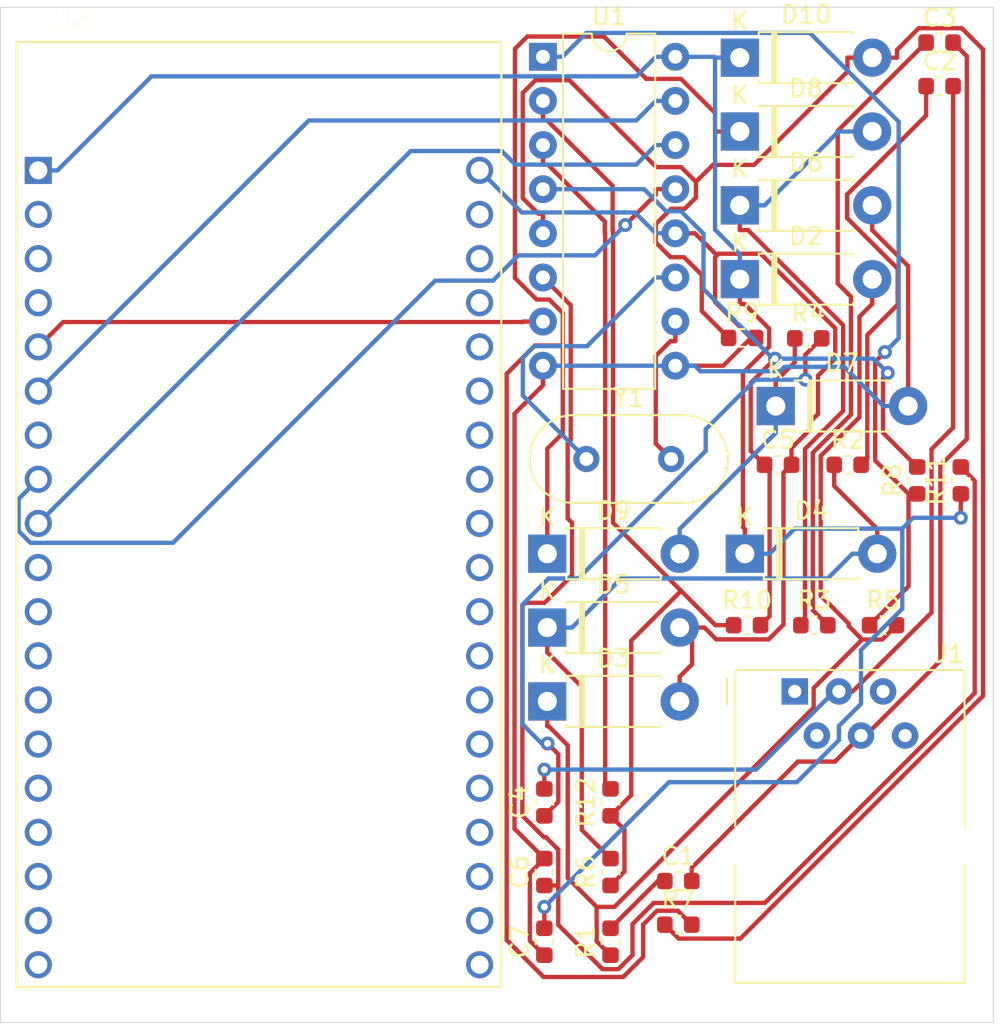
<source format=kicad_pcb>
(kicad_pcb (version 20171130) (host pcbnew "(5.1.10)-1")

  (general
    (thickness 1.6)
    (drawings 4)
    (tracks 370)
    (zones 0)
    (modules 32)
    (nets 62)
  )

  (page A4)
  (layers
    (0 F.Cu signal)
    (31 B.Cu signal)
    (32 B.Adhes user)
    (33 F.Adhes user)
    (34 B.Paste user)
    (35 F.Paste user)
    (36 B.SilkS user)
    (37 F.SilkS user)
    (38 B.Mask user)
    (39 F.Mask user)
    (40 Dwgs.User user)
    (41 Cmts.User user)
    (42 Eco1.User user)
    (43 Eco2.User user)
    (44 Edge.Cuts user)
    (45 Margin user)
    (46 B.CrtYd user)
    (47 F.CrtYd user)
    (48 B.Fab user)
    (49 F.Fab user)
  )

  (setup
    (last_trace_width 0.25)
    (trace_clearance 0.2)
    (zone_clearance 0.508)
    (zone_45_only no)
    (trace_min 0.2)
    (via_size 0.8)
    (via_drill 0.4)
    (via_min_size 0.4)
    (via_min_drill 0.3)
    (uvia_size 0.3)
    (uvia_drill 0.1)
    (uvias_allowed no)
    (uvia_min_size 0.2)
    (uvia_min_drill 0.1)
    (edge_width 0.05)
    (segment_width 0.2)
    (pcb_text_width 0.3)
    (pcb_text_size 1.5 1.5)
    (mod_edge_width 0.12)
    (mod_text_size 1 1)
    (mod_text_width 0.15)
    (pad_size 1.524 1.524)
    (pad_drill 0.762)
    (pad_to_mask_clearance 0)
    (aux_axis_origin 0 0)
    (visible_elements 7FFFFFFF)
    (pcbplotparams
      (layerselection 0x010fc_ffffffff)
      (usegerberextensions false)
      (usegerberattributes true)
      (usegerberadvancedattributes true)
      (creategerberjobfile true)
      (excludeedgelayer true)
      (linewidth 0.100000)
      (plotframeref false)
      (viasonmask false)
      (mode 1)
      (useauxorigin false)
      (hpglpennumber 1)
      (hpglpenspeed 20)
      (hpglpendiameter 15.000000)
      (psnegative false)
      (psa4output false)
      (plotreference true)
      (plotvalue true)
      (plotinvisibletext false)
      (padsonsilk false)
      (subtractmaskfromsilk false)
      (outputformat 1)
      (mirror false)
      (drillshape 0)
      (scaleselection 1)
      (outputdirectory "./"))
  )

  (net 0 "")
  (net 1 "Net-(C1-Pad2)")
  (net 2 "Net-(C1-Pad1)")
  (net 3 "Net-(C2-Pad1)")
  (net 4 "Net-(C2-Pad2)")
  (net 5 "Net-(C3-Pad1)")
  (net 6 "Net-(C4-Pad1)")
  (net 7 GND)
  (net 8 "Net-(C5-Pad1)")
  (net 9 "Net-(C6-Pad1)")
  (net 10 VCC)
  (net 11 "Net-(D2-Pad2)")
  (net 12 "Net-(D4-Pad2)")
  (net 13 "Net-(D6-Pad1)")
  (net 14 "Net-(D7-Pad1)")
  (net 15 "Net-(D8-Pad1)")
  (net 16 "Net-(D10-Pad2)")
  (net 17 "Net-(J1-Pad6)")
  (net 18 "Net-(J1-Pad5)")
  (net 19 "Net-(J1-Pad2)")
  (net 20 "Net-(J1-Pad1)")
  (net 21 "Net-(R5-Pad1)")
  (net 22 "Net-(R10-Pad1)")
  (net 23 "Net-(R12-Pad2)")
  (net 24 "Net-(U1-Pad10)")
  (net 25 "Net-(U1-Pad11)")
  (net 26 "Net-(U1-Pad13)")
  (net 27 "Net-(U1-Pad14)")
  (net 28 "Net-(U1-Pad7)")
  (net 29 "Net-(U1-Pad15)")
  (net 30 "Net-(U2-Pad2)")
  (net 31 "Net-(U2-Pad19)")
  (net 32 "Net-(U2-Pad3)")
  (net 33 "Net-(U2-Pad4)")
  (net 34 "Net-(U2-Pad7)")
  (net 35 "Net-(U2-Pad10)")
  (net 36 "Net-(U2-Pad11)")
  (net 37 "Net-(U2-Pad12)")
  (net 38 "Net-(U2-Pad13)")
  (net 39 "Net-(U2-Pad14)")
  (net 40 "Net-(U2-Pad15)")
  (net 41 "Net-(U2-Pad16)")
  (net 42 "Net-(U2-Pad17)")
  (net 43 "Net-(U2-Pad18)")
  (net 44 "Net-(U2-Pad21)")
  (net 45 "Net-(U2-Pad22)")
  (net 46 "Net-(U2-Pad23)")
  (net 47 "Net-(U2-Pad24)")
  (net 48 "Net-(U2-Pad25)")
  (net 49 "Net-(U2-Pad26)")
  (net 50 "Net-(U2-Pad27)")
  (net 51 "Net-(U2-Pad28)")
  (net 52 "Net-(U2-Pad29)")
  (net 53 "Net-(U2-Pad30)")
  (net 54 "Net-(U2-Pad31)")
  (net 55 "Net-(U2-Pad32)")
  (net 56 "Net-(U2-Pad33)")
  (net 57 "Net-(U2-Pad34)")
  (net 58 "Net-(U2-Pad35)")
  (net 59 "Net-(U2-Pad36)")
  (net 60 "Net-(U2-Pad37)")
  (net 61 "Net-(U2-Pad38)")

  (net_class Default "This is the default net class."
    (clearance 0.2)
    (trace_width 0.25)
    (via_dia 0.8)
    (via_drill 0.4)
    (uvia_dia 0.3)
    (uvia_drill 0.1)
    (add_net GND)
    (add_net "Net-(C1-Pad1)")
    (add_net "Net-(C1-Pad2)")
    (add_net "Net-(C2-Pad1)")
    (add_net "Net-(C2-Pad2)")
    (add_net "Net-(C3-Pad1)")
    (add_net "Net-(C4-Pad1)")
    (add_net "Net-(C5-Pad1)")
    (add_net "Net-(C6-Pad1)")
    (add_net "Net-(D10-Pad2)")
    (add_net "Net-(D2-Pad2)")
    (add_net "Net-(D4-Pad2)")
    (add_net "Net-(D6-Pad1)")
    (add_net "Net-(D7-Pad1)")
    (add_net "Net-(D8-Pad1)")
    (add_net "Net-(J1-Pad1)")
    (add_net "Net-(J1-Pad2)")
    (add_net "Net-(J1-Pad5)")
    (add_net "Net-(J1-Pad6)")
    (add_net "Net-(R10-Pad1)")
    (add_net "Net-(R12-Pad2)")
    (add_net "Net-(R5-Pad1)")
    (add_net "Net-(U1-Pad10)")
    (add_net "Net-(U1-Pad11)")
    (add_net "Net-(U1-Pad13)")
    (add_net "Net-(U1-Pad14)")
    (add_net "Net-(U1-Pad15)")
    (add_net "Net-(U1-Pad7)")
    (add_net "Net-(U2-Pad10)")
    (add_net "Net-(U2-Pad11)")
    (add_net "Net-(U2-Pad12)")
    (add_net "Net-(U2-Pad13)")
    (add_net "Net-(U2-Pad14)")
    (add_net "Net-(U2-Pad15)")
    (add_net "Net-(U2-Pad16)")
    (add_net "Net-(U2-Pad17)")
    (add_net "Net-(U2-Pad18)")
    (add_net "Net-(U2-Pad19)")
    (add_net "Net-(U2-Pad2)")
    (add_net "Net-(U2-Pad21)")
    (add_net "Net-(U2-Pad22)")
    (add_net "Net-(U2-Pad23)")
    (add_net "Net-(U2-Pad24)")
    (add_net "Net-(U2-Pad25)")
    (add_net "Net-(U2-Pad26)")
    (add_net "Net-(U2-Pad27)")
    (add_net "Net-(U2-Pad28)")
    (add_net "Net-(U2-Pad29)")
    (add_net "Net-(U2-Pad3)")
    (add_net "Net-(U2-Pad30)")
    (add_net "Net-(U2-Pad31)")
    (add_net "Net-(U2-Pad32)")
    (add_net "Net-(U2-Pad33)")
    (add_net "Net-(U2-Pad34)")
    (add_net "Net-(U2-Pad35)")
    (add_net "Net-(U2-Pad36)")
    (add_net "Net-(U2-Pad37)")
    (add_net "Net-(U2-Pad38)")
    (add_net "Net-(U2-Pad4)")
    (add_net "Net-(U2-Pad7)")
    (add_net VCC)
  )

  (module Capacitor_SMD:C_0603_1608Metric (layer F.Cu) (tedit 5F68FEEE) (tstamp 60D15BF1)
    (at 77.115 80.765)
    (descr "Capacitor SMD 0603 (1608 Metric), square (rectangular) end terminal, IPC_7351 nominal, (Body size source: IPC-SM-782 page 76, https://www.pcb-3d.com/wordpress/wp-content/uploads/ipc-sm-782a_amendment_1_and_2.pdf), generated with kicad-footprint-generator")
    (tags capacitor)
    (path /60A21898)
    (attr smd)
    (fp_text reference C1 (at 0 -1.43) (layer F.SilkS)
      (effects (font (size 1 1) (thickness 0.15)))
    )
    (fp_text value 22nF (at 0 1.43) (layer F.Fab)
      (effects (font (size 1 1) (thickness 0.15)))
    )
    (fp_line (start -0.8 0.4) (end -0.8 -0.4) (layer F.Fab) (width 0.1))
    (fp_line (start -0.8 -0.4) (end 0.8 -0.4) (layer F.Fab) (width 0.1))
    (fp_line (start 0.8 -0.4) (end 0.8 0.4) (layer F.Fab) (width 0.1))
    (fp_line (start 0.8 0.4) (end -0.8 0.4) (layer F.Fab) (width 0.1))
    (fp_line (start -0.14058 -0.51) (end 0.14058 -0.51) (layer F.SilkS) (width 0.12))
    (fp_line (start -0.14058 0.51) (end 0.14058 0.51) (layer F.SilkS) (width 0.12))
    (fp_line (start -1.48 0.73) (end -1.48 -0.73) (layer F.CrtYd) (width 0.05))
    (fp_line (start -1.48 -0.73) (end 1.48 -0.73) (layer F.CrtYd) (width 0.05))
    (fp_line (start 1.48 -0.73) (end 1.48 0.73) (layer F.CrtYd) (width 0.05))
    (fp_line (start 1.48 0.73) (end -1.48 0.73) (layer F.CrtYd) (width 0.05))
    (fp_text user %R (at 0 0) (layer F.Fab)
      (effects (font (size 0.4 0.4) (thickness 0.06)))
    )
    (pad 2 smd roundrect (at 0.775 0) (size 0.9 0.95) (layers F.Cu F.Paste F.Mask) (roundrect_rratio 0.25)
      (net 1 "Net-(C1-Pad2)"))
    (pad 1 smd roundrect (at -0.775 0) (size 0.9 0.95) (layers F.Cu F.Paste F.Mask) (roundrect_rratio 0.25)
      (net 2 "Net-(C1-Pad1)"))
    (model ${KISYS3DMOD}/Capacitor_SMD.3dshapes/C_0603_1608Metric.wrl
      (at (xyz 0 0 0))
      (scale (xyz 1 1 1))
      (rotate (xyz 0 0 0))
    )
  )

  (module Capacitor_SMD:C_0603_1608Metric (layer F.Cu) (tedit 5F68FEEE) (tstamp 60D15C02)
    (at 92.155 35.015)
    (descr "Capacitor SMD 0603 (1608 Metric), square (rectangular) end terminal, IPC_7351 nominal, (Body size source: IPC-SM-782 page 76, https://www.pcb-3d.com/wordpress/wp-content/uploads/ipc-sm-782a_amendment_1_and_2.pdf), generated with kicad-footprint-generator")
    (tags capacitor)
    (path /60A2283C)
    (attr smd)
    (fp_text reference C2 (at 0 -1.43) (layer F.SilkS)
      (effects (font (size 1 1) (thickness 0.15)))
    )
    (fp_text value 22nF (at 0 1.43) (layer F.Fab)
      (effects (font (size 1 1) (thickness 0.15)))
    )
    (fp_line (start 1.48 0.73) (end -1.48 0.73) (layer F.CrtYd) (width 0.05))
    (fp_line (start 1.48 -0.73) (end 1.48 0.73) (layer F.CrtYd) (width 0.05))
    (fp_line (start -1.48 -0.73) (end 1.48 -0.73) (layer F.CrtYd) (width 0.05))
    (fp_line (start -1.48 0.73) (end -1.48 -0.73) (layer F.CrtYd) (width 0.05))
    (fp_line (start -0.14058 0.51) (end 0.14058 0.51) (layer F.SilkS) (width 0.12))
    (fp_line (start -0.14058 -0.51) (end 0.14058 -0.51) (layer F.SilkS) (width 0.12))
    (fp_line (start 0.8 0.4) (end -0.8 0.4) (layer F.Fab) (width 0.1))
    (fp_line (start 0.8 -0.4) (end 0.8 0.4) (layer F.Fab) (width 0.1))
    (fp_line (start -0.8 -0.4) (end 0.8 -0.4) (layer F.Fab) (width 0.1))
    (fp_line (start -0.8 0.4) (end -0.8 -0.4) (layer F.Fab) (width 0.1))
    (fp_text user %R (at 0 0) (layer F.Fab)
      (effects (font (size 0.4 0.4) (thickness 0.06)))
    )
    (pad 1 smd roundrect (at -0.775 0) (size 0.9 0.95) (layers F.Cu F.Paste F.Mask) (roundrect_rratio 0.25)
      (net 3 "Net-(C2-Pad1)"))
    (pad 2 smd roundrect (at 0.775 0) (size 0.9 0.95) (layers F.Cu F.Paste F.Mask) (roundrect_rratio 0.25)
      (net 4 "Net-(C2-Pad2)"))
    (model ${KISYS3DMOD}/Capacitor_SMD.3dshapes/C_0603_1608Metric.wrl
      (at (xyz 0 0 0))
      (scale (xyz 1 1 1))
      (rotate (xyz 0 0 0))
    )
  )

  (module Capacitor_SMD:C_0603_1608Metric (layer F.Cu) (tedit 5F68FEEE) (tstamp 60D15C13)
    (at 92.155 32.505)
    (descr "Capacitor SMD 0603 (1608 Metric), square (rectangular) end terminal, IPC_7351 nominal, (Body size source: IPC-SM-782 page 76, https://www.pcb-3d.com/wordpress/wp-content/uploads/ipc-sm-782a_amendment_1_and_2.pdf), generated with kicad-footprint-generator")
    (tags capacitor)
    (path /60A33EE0)
    (attr smd)
    (fp_text reference C3 (at 0 -1.43) (layer F.SilkS)
      (effects (font (size 1 1) (thickness 0.15)))
    )
    (fp_text value 22nF (at 0 1.43) (layer F.Fab)
      (effects (font (size 1 1) (thickness 0.15)))
    )
    (fp_line (start -0.8 0.4) (end -0.8 -0.4) (layer F.Fab) (width 0.1))
    (fp_line (start -0.8 -0.4) (end 0.8 -0.4) (layer F.Fab) (width 0.1))
    (fp_line (start 0.8 -0.4) (end 0.8 0.4) (layer F.Fab) (width 0.1))
    (fp_line (start 0.8 0.4) (end -0.8 0.4) (layer F.Fab) (width 0.1))
    (fp_line (start -0.14058 -0.51) (end 0.14058 -0.51) (layer F.SilkS) (width 0.12))
    (fp_line (start -0.14058 0.51) (end 0.14058 0.51) (layer F.SilkS) (width 0.12))
    (fp_line (start -1.48 0.73) (end -1.48 -0.73) (layer F.CrtYd) (width 0.05))
    (fp_line (start -1.48 -0.73) (end 1.48 -0.73) (layer F.CrtYd) (width 0.05))
    (fp_line (start 1.48 -0.73) (end 1.48 0.73) (layer F.CrtYd) (width 0.05))
    (fp_line (start 1.48 0.73) (end -1.48 0.73) (layer F.CrtYd) (width 0.05))
    (fp_text user %R (at 0 0) (layer F.Fab)
      (effects (font (size 0.4 0.4) (thickness 0.06)))
    )
    (pad 2 smd roundrect (at 0.775 0) (size 0.9 0.95) (layers F.Cu F.Paste F.Mask) (roundrect_rratio 0.25)
      (net 1 "Net-(C1-Pad2)"))
    (pad 1 smd roundrect (at -0.775 0) (size 0.9 0.95) (layers F.Cu F.Paste F.Mask) (roundrect_rratio 0.25)
      (net 5 "Net-(C3-Pad1)"))
    (model ${KISYS3DMOD}/Capacitor_SMD.3dshapes/C_0603_1608Metric.wrl
      (at (xyz 0 0 0))
      (scale (xyz 1 1 1))
      (rotate (xyz 0 0 0))
    )
  )

  (module Capacitor_SMD:C_0603_1608Metric (layer F.Cu) (tedit 5F68FEEE) (tstamp 60D15C24)
    (at 69.405 76.235 90)
    (descr "Capacitor SMD 0603 (1608 Metric), square (rectangular) end terminal, IPC_7351 nominal, (Body size source: IPC-SM-782 page 76, https://www.pcb-3d.com/wordpress/wp-content/uploads/ipc-sm-782a_amendment_1_and_2.pdf), generated with kicad-footprint-generator")
    (tags capacitor)
    (path /60A3488F)
    (attr smd)
    (fp_text reference C4 (at 0 -1.43 90) (layer F.SilkS)
      (effects (font (size 1 1) (thickness 0.15)))
    )
    (fp_text value 22nF (at 0 1.43 90) (layer F.Fab)
      (effects (font (size 1 1) (thickness 0.15)))
    )
    (fp_line (start 1.48 0.73) (end -1.48 0.73) (layer F.CrtYd) (width 0.05))
    (fp_line (start 1.48 -0.73) (end 1.48 0.73) (layer F.CrtYd) (width 0.05))
    (fp_line (start -1.48 -0.73) (end 1.48 -0.73) (layer F.CrtYd) (width 0.05))
    (fp_line (start -1.48 0.73) (end -1.48 -0.73) (layer F.CrtYd) (width 0.05))
    (fp_line (start -0.14058 0.51) (end 0.14058 0.51) (layer F.SilkS) (width 0.12))
    (fp_line (start -0.14058 -0.51) (end 0.14058 -0.51) (layer F.SilkS) (width 0.12))
    (fp_line (start 0.8 0.4) (end -0.8 0.4) (layer F.Fab) (width 0.1))
    (fp_line (start 0.8 -0.4) (end 0.8 0.4) (layer F.Fab) (width 0.1))
    (fp_line (start -0.8 -0.4) (end 0.8 -0.4) (layer F.Fab) (width 0.1))
    (fp_line (start -0.8 0.4) (end -0.8 -0.4) (layer F.Fab) (width 0.1))
    (fp_text user %R (at 0 0 90) (layer F.Fab)
      (effects (font (size 0.4 0.4) (thickness 0.06)))
    )
    (pad 1 smd roundrect (at -0.775 0 90) (size 0.9 0.95) (layers F.Cu F.Paste F.Mask) (roundrect_rratio 0.25)
      (net 6 "Net-(C4-Pad1)"))
    (pad 2 smd roundrect (at 0.775 0 90) (size 0.9 0.95) (layers F.Cu F.Paste F.Mask) (roundrect_rratio 0.25)
      (net 4 "Net-(C2-Pad2)"))
    (model ${KISYS3DMOD}/Capacitor_SMD.3dshapes/C_0603_1608Metric.wrl
      (at (xyz 0 0 0))
      (scale (xyz 1 1 1))
      (rotate (xyz 0 0 0))
    )
  )

  (module Capacitor_SMD:C_0603_1608Metric (layer F.Cu) (tedit 5F68FEEE) (tstamp 60D15C35)
    (at 82.855 56.805)
    (descr "Capacitor SMD 0603 (1608 Metric), square (rectangular) end terminal, IPC_7351 nominal, (Body size source: IPC-SM-782 page 76, https://www.pcb-3d.com/wordpress/wp-content/uploads/ipc-sm-782a_amendment_1_and_2.pdf), generated with kicad-footprint-generator")
    (tags capacitor)
    (path /60A8A1CA)
    (attr smd)
    (fp_text reference C5 (at 0 -1.43) (layer F.SilkS)
      (effects (font (size 1 1) (thickness 0.15)))
    )
    (fp_text value 104K (at 0 1.43) (layer F.Fab)
      (effects (font (size 1 1) (thickness 0.15)))
    )
    (fp_line (start -0.8 0.4) (end -0.8 -0.4) (layer F.Fab) (width 0.1))
    (fp_line (start -0.8 -0.4) (end 0.8 -0.4) (layer F.Fab) (width 0.1))
    (fp_line (start 0.8 -0.4) (end 0.8 0.4) (layer F.Fab) (width 0.1))
    (fp_line (start 0.8 0.4) (end -0.8 0.4) (layer F.Fab) (width 0.1))
    (fp_line (start -0.14058 -0.51) (end 0.14058 -0.51) (layer F.SilkS) (width 0.12))
    (fp_line (start -0.14058 0.51) (end 0.14058 0.51) (layer F.SilkS) (width 0.12))
    (fp_line (start -1.48 0.73) (end -1.48 -0.73) (layer F.CrtYd) (width 0.05))
    (fp_line (start -1.48 -0.73) (end 1.48 -0.73) (layer F.CrtYd) (width 0.05))
    (fp_line (start 1.48 -0.73) (end 1.48 0.73) (layer F.CrtYd) (width 0.05))
    (fp_line (start 1.48 0.73) (end -1.48 0.73) (layer F.CrtYd) (width 0.05))
    (fp_text user %R (at 0 0) (layer F.Fab)
      (effects (font (size 0.4 0.4) (thickness 0.06)))
    )
    (pad 2 smd roundrect (at 0.775 0) (size 0.9 0.95) (layers F.Cu F.Paste F.Mask) (roundrect_rratio 0.25)
      (net 7 GND))
    (pad 1 smd roundrect (at -0.775 0) (size 0.9 0.95) (layers F.Cu F.Paste F.Mask) (roundrect_rratio 0.25)
      (net 8 "Net-(C5-Pad1)"))
    (model ${KISYS3DMOD}/Capacitor_SMD.3dshapes/C_0603_1608Metric.wrl
      (at (xyz 0 0 0))
      (scale (xyz 1 1 1))
      (rotate (xyz 0 0 0))
    )
  )

  (module Capacitor_SMD:C_0603_1608Metric (layer F.Cu) (tedit 5F68FEEE) (tstamp 60D15C46)
    (at 69.405 80.245 90)
    (descr "Capacitor SMD 0603 (1608 Metric), square (rectangular) end terminal, IPC_7351 nominal, (Body size source: IPC-SM-782 page 76, https://www.pcb-3d.com/wordpress/wp-content/uploads/ipc-sm-782a_amendment_1_and_2.pdf), generated with kicad-footprint-generator")
    (tags capacitor)
    (path /60A41F15)
    (attr smd)
    (fp_text reference C6 (at 0 -1.43 90) (layer F.SilkS)
      (effects (font (size 1 1) (thickness 0.15)))
    )
    (fp_text value 470nF (at 0 1.43 90) (layer F.Fab)
      (effects (font (size 1 1) (thickness 0.15)))
    )
    (fp_line (start -0.8 0.4) (end -0.8 -0.4) (layer F.Fab) (width 0.1))
    (fp_line (start -0.8 -0.4) (end 0.8 -0.4) (layer F.Fab) (width 0.1))
    (fp_line (start 0.8 -0.4) (end 0.8 0.4) (layer F.Fab) (width 0.1))
    (fp_line (start 0.8 0.4) (end -0.8 0.4) (layer F.Fab) (width 0.1))
    (fp_line (start -0.14058 -0.51) (end 0.14058 -0.51) (layer F.SilkS) (width 0.12))
    (fp_line (start -0.14058 0.51) (end 0.14058 0.51) (layer F.SilkS) (width 0.12))
    (fp_line (start -1.48 0.73) (end -1.48 -0.73) (layer F.CrtYd) (width 0.05))
    (fp_line (start -1.48 -0.73) (end 1.48 -0.73) (layer F.CrtYd) (width 0.05))
    (fp_line (start 1.48 -0.73) (end 1.48 0.73) (layer F.CrtYd) (width 0.05))
    (fp_line (start 1.48 0.73) (end -1.48 0.73) (layer F.CrtYd) (width 0.05))
    (fp_text user %R (at 0 0 90) (layer F.Fab)
      (effects (font (size 0.4 0.4) (thickness 0.06)))
    )
    (pad 2 smd roundrect (at 0.775 0 90) (size 0.9 0.95) (layers F.Cu F.Paste F.Mask) (roundrect_rratio 0.25)
      (net 7 GND))
    (pad 1 smd roundrect (at -0.775 0 90) (size 0.9 0.95) (layers F.Cu F.Paste F.Mask) (roundrect_rratio 0.25)
      (net 9 "Net-(C6-Pad1)"))
    (model ${KISYS3DMOD}/Capacitor_SMD.3dshapes/C_0603_1608Metric.wrl
      (at (xyz 0 0 0))
      (scale (xyz 1 1 1))
      (rotate (xyz 0 0 0))
    )
  )

  (module Capacitor_SMD:C_0603_1608Metric (layer F.Cu) (tedit 5F68FEEE) (tstamp 60D15C57)
    (at 69.405 84.255 90)
    (descr "Capacitor SMD 0603 (1608 Metric), square (rectangular) end terminal, IPC_7351 nominal, (Body size source: IPC-SM-782 page 76, https://www.pcb-3d.com/wordpress/wp-content/uploads/ipc-sm-782a_amendment_1_and_2.pdf), generated with kicad-footprint-generator")
    (tags capacitor)
    (path /60A7CA6F)
    (attr smd)
    (fp_text reference C7 (at 0 -1.43 90) (layer F.SilkS)
      (effects (font (size 1 1) (thickness 0.15)))
    )
    (fp_text value 104K (at 0 1.43 90) (layer F.Fab)
      (effects (font (size 1 1) (thickness 0.15)))
    )
    (fp_line (start 1.48 0.73) (end -1.48 0.73) (layer F.CrtYd) (width 0.05))
    (fp_line (start 1.48 -0.73) (end 1.48 0.73) (layer F.CrtYd) (width 0.05))
    (fp_line (start -1.48 -0.73) (end 1.48 -0.73) (layer F.CrtYd) (width 0.05))
    (fp_line (start -1.48 0.73) (end -1.48 -0.73) (layer F.CrtYd) (width 0.05))
    (fp_line (start -0.14058 0.51) (end 0.14058 0.51) (layer F.SilkS) (width 0.12))
    (fp_line (start -0.14058 -0.51) (end 0.14058 -0.51) (layer F.SilkS) (width 0.12))
    (fp_line (start 0.8 0.4) (end -0.8 0.4) (layer F.Fab) (width 0.1))
    (fp_line (start 0.8 -0.4) (end 0.8 0.4) (layer F.Fab) (width 0.1))
    (fp_line (start -0.8 -0.4) (end 0.8 -0.4) (layer F.Fab) (width 0.1))
    (fp_line (start -0.8 0.4) (end -0.8 -0.4) (layer F.Fab) (width 0.1))
    (fp_text user %R (at 0 0 90) (layer F.Fab)
      (effects (font (size 0.4 0.4) (thickness 0.06)))
    )
    (pad 1 smd roundrect (at -0.775 0 90) (size 0.9 0.95) (layers F.Cu F.Paste F.Mask) (roundrect_rratio 0.25)
      (net 7 GND))
    (pad 2 smd roundrect (at 0.775 0 90) (size 0.9 0.95) (layers F.Cu F.Paste F.Mask) (roundrect_rratio 0.25)
      (net 10 VCC))
    (model ${KISYS3DMOD}/Capacitor_SMD.3dshapes/C_0603_1608Metric.wrl
      (at (xyz 0 0 0))
      (scale (xyz 1 1 1))
      (rotate (xyz 0 0 0))
    )
  )

  (module Diode_THT:D_DO-41_SOD81_P7.62mm_Horizontal (layer F.Cu) (tedit 5AE50CD5) (tstamp 60D15C76)
    (at 80.655 46.125)
    (descr "Diode, DO-41_SOD81 series, Axial, Horizontal, pin pitch=7.62mm, , length*diameter=5.2*2.7mm^2, , http://www.diodes.com/_files/packages/DO-41%20(Plastic).pdf")
    (tags "Diode DO-41_SOD81 series Axial Horizontal pin pitch 7.62mm  length 5.2mm diameter 2.7mm")
    (path /60A239DD)
    (fp_text reference D2 (at 3.81 -2.47) (layer F.SilkS)
      (effects (font (size 1 1) (thickness 0.15)))
    )
    (fp_text value 1N4003 (at 3.81 2.47) (layer F.Fab)
      (effects (font (size 1 1) (thickness 0.15)))
    )
    (fp_line (start 8.97 -1.6) (end -1.35 -1.6) (layer F.CrtYd) (width 0.05))
    (fp_line (start 8.97 1.6) (end 8.97 -1.6) (layer F.CrtYd) (width 0.05))
    (fp_line (start -1.35 1.6) (end 8.97 1.6) (layer F.CrtYd) (width 0.05))
    (fp_line (start -1.35 -1.6) (end -1.35 1.6) (layer F.CrtYd) (width 0.05))
    (fp_line (start 1.87 -1.47) (end 1.87 1.47) (layer F.SilkS) (width 0.12))
    (fp_line (start 2.11 -1.47) (end 2.11 1.47) (layer F.SilkS) (width 0.12))
    (fp_line (start 1.99 -1.47) (end 1.99 1.47) (layer F.SilkS) (width 0.12))
    (fp_line (start 6.53 1.47) (end 6.53 1.34) (layer F.SilkS) (width 0.12))
    (fp_line (start 1.09 1.47) (end 6.53 1.47) (layer F.SilkS) (width 0.12))
    (fp_line (start 1.09 1.34) (end 1.09 1.47) (layer F.SilkS) (width 0.12))
    (fp_line (start 6.53 -1.47) (end 6.53 -1.34) (layer F.SilkS) (width 0.12))
    (fp_line (start 1.09 -1.47) (end 6.53 -1.47) (layer F.SilkS) (width 0.12))
    (fp_line (start 1.09 -1.34) (end 1.09 -1.47) (layer F.SilkS) (width 0.12))
    (fp_line (start 1.89 -1.35) (end 1.89 1.35) (layer F.Fab) (width 0.1))
    (fp_line (start 2.09 -1.35) (end 2.09 1.35) (layer F.Fab) (width 0.1))
    (fp_line (start 1.99 -1.35) (end 1.99 1.35) (layer F.Fab) (width 0.1))
    (fp_line (start 7.62 0) (end 6.41 0) (layer F.Fab) (width 0.1))
    (fp_line (start 0 0) (end 1.21 0) (layer F.Fab) (width 0.1))
    (fp_line (start 6.41 -1.35) (end 1.21 -1.35) (layer F.Fab) (width 0.1))
    (fp_line (start 6.41 1.35) (end 6.41 -1.35) (layer F.Fab) (width 0.1))
    (fp_line (start 1.21 1.35) (end 6.41 1.35) (layer F.Fab) (width 0.1))
    (fp_line (start 1.21 -1.35) (end 1.21 1.35) (layer F.Fab) (width 0.1))
    (fp_text user %R (at 4.2 0) (layer F.Fab)
      (effects (font (size 1 1) (thickness 0.15)))
    )
    (fp_text user K (at 0 -2.1) (layer F.Fab)
      (effects (font (size 1 1) (thickness 0.15)))
    )
    (fp_text user K (at 0 -2.1) (layer F.SilkS)
      (effects (font (size 1 1) (thickness 0.15)))
    )
    (pad 1 thru_hole rect (at 0 0) (size 2.2 2.2) (drill 1.1) (layers *.Cu *.Mask)
      (net 10 VCC))
    (pad 2 thru_hole oval (at 7.62 0) (size 2.2 2.2) (drill 1.1) (layers *.Cu *.Mask)
      (net 11 "Net-(D2-Pad2)"))
    (model ${KISYS3DMOD}/Diode_THT.3dshapes/D_DO-41_SOD81_P7.62mm_Horizontal.wrl
      (at (xyz 0 0 0))
      (scale (xyz 1 1 1))
      (rotate (xyz 0 0 0))
    )
  )

  (module Diode_THT:D_DO-41_SOD81_P7.62mm_Horizontal (layer F.Cu) (tedit 5AE50CD5) (tstamp 60D15C95)
    (at 69.575 70.425)
    (descr "Diode, DO-41_SOD81 series, Axial, Horizontal, pin pitch=7.62mm, , length*diameter=5.2*2.7mm^2, , http://www.diodes.com/_files/packages/DO-41%20(Plastic).pdf")
    (tags "Diode DO-41_SOD81 series Axial Horizontal pin pitch 7.62mm  length 5.2mm diameter 2.7mm")
    (path /60A243C7)
    (fp_text reference D3 (at 3.81 -2.47) (layer F.SilkS)
      (effects (font (size 1 1) (thickness 0.15)))
    )
    (fp_text value 1N4003 (at 3.81 2.47) (layer F.Fab)
      (effects (font (size 1 1) (thickness 0.15)))
    )
    (fp_line (start 1.21 -1.35) (end 1.21 1.35) (layer F.Fab) (width 0.1))
    (fp_line (start 1.21 1.35) (end 6.41 1.35) (layer F.Fab) (width 0.1))
    (fp_line (start 6.41 1.35) (end 6.41 -1.35) (layer F.Fab) (width 0.1))
    (fp_line (start 6.41 -1.35) (end 1.21 -1.35) (layer F.Fab) (width 0.1))
    (fp_line (start 0 0) (end 1.21 0) (layer F.Fab) (width 0.1))
    (fp_line (start 7.62 0) (end 6.41 0) (layer F.Fab) (width 0.1))
    (fp_line (start 1.99 -1.35) (end 1.99 1.35) (layer F.Fab) (width 0.1))
    (fp_line (start 2.09 -1.35) (end 2.09 1.35) (layer F.Fab) (width 0.1))
    (fp_line (start 1.89 -1.35) (end 1.89 1.35) (layer F.Fab) (width 0.1))
    (fp_line (start 1.09 -1.34) (end 1.09 -1.47) (layer F.SilkS) (width 0.12))
    (fp_line (start 1.09 -1.47) (end 6.53 -1.47) (layer F.SilkS) (width 0.12))
    (fp_line (start 6.53 -1.47) (end 6.53 -1.34) (layer F.SilkS) (width 0.12))
    (fp_line (start 1.09 1.34) (end 1.09 1.47) (layer F.SilkS) (width 0.12))
    (fp_line (start 1.09 1.47) (end 6.53 1.47) (layer F.SilkS) (width 0.12))
    (fp_line (start 6.53 1.47) (end 6.53 1.34) (layer F.SilkS) (width 0.12))
    (fp_line (start 1.99 -1.47) (end 1.99 1.47) (layer F.SilkS) (width 0.12))
    (fp_line (start 2.11 -1.47) (end 2.11 1.47) (layer F.SilkS) (width 0.12))
    (fp_line (start 1.87 -1.47) (end 1.87 1.47) (layer F.SilkS) (width 0.12))
    (fp_line (start -1.35 -1.6) (end -1.35 1.6) (layer F.CrtYd) (width 0.05))
    (fp_line (start -1.35 1.6) (end 8.97 1.6) (layer F.CrtYd) (width 0.05))
    (fp_line (start 8.97 1.6) (end 8.97 -1.6) (layer F.CrtYd) (width 0.05))
    (fp_line (start 8.97 -1.6) (end -1.35 -1.6) (layer F.CrtYd) (width 0.05))
    (fp_text user K (at 0 -2.1) (layer F.SilkS)
      (effects (font (size 1 1) (thickness 0.15)))
    )
    (fp_text user K (at 0 -2.1) (layer F.Fab)
      (effects (font (size 1 1) (thickness 0.15)))
    )
    (fp_text user %R (at 4.2 0) (layer F.Fab)
      (effects (font (size 1 1) (thickness 0.15)))
    )
    (pad 2 thru_hole oval (at 7.62 0) (size 2.2 2.2) (drill 1.1) (layers *.Cu *.Mask)
      (net 7 GND))
    (pad 1 thru_hole rect (at 0 0) (size 2.2 2.2) (drill 1.1) (layers *.Cu *.Mask)
      (net 11 "Net-(D2-Pad2)"))
    (model ${KISYS3DMOD}/Diode_THT.3dshapes/D_DO-41_SOD81_P7.62mm_Horizontal.wrl
      (at (xyz 0 0 0))
      (scale (xyz 1 1 1))
      (rotate (xyz 0 0 0))
    )
  )

  (module Diode_THT:D_DO-41_SOD81_P7.62mm_Horizontal (layer F.Cu) (tedit 5AE50CD5) (tstamp 60D15CB4)
    (at 80.945 61.925)
    (descr "Diode, DO-41_SOD81 series, Axial, Horizontal, pin pitch=7.62mm, , length*diameter=5.2*2.7mm^2, , http://www.diodes.com/_files/packages/DO-41%20(Plastic).pdf")
    (tags "Diode DO-41_SOD81 series Axial Horizontal pin pitch 7.62mm  length 5.2mm diameter 2.7mm")
    (path /60A25675)
    (fp_text reference D4 (at 3.81 -2.47) (layer F.SilkS)
      (effects (font (size 1 1) (thickness 0.15)))
    )
    (fp_text value 1N4003 (at 3.81 2.47) (layer F.Fab)
      (effects (font (size 1 1) (thickness 0.15)))
    )
    (fp_line (start 8.97 -1.6) (end -1.35 -1.6) (layer F.CrtYd) (width 0.05))
    (fp_line (start 8.97 1.6) (end 8.97 -1.6) (layer F.CrtYd) (width 0.05))
    (fp_line (start -1.35 1.6) (end 8.97 1.6) (layer F.CrtYd) (width 0.05))
    (fp_line (start -1.35 -1.6) (end -1.35 1.6) (layer F.CrtYd) (width 0.05))
    (fp_line (start 1.87 -1.47) (end 1.87 1.47) (layer F.SilkS) (width 0.12))
    (fp_line (start 2.11 -1.47) (end 2.11 1.47) (layer F.SilkS) (width 0.12))
    (fp_line (start 1.99 -1.47) (end 1.99 1.47) (layer F.SilkS) (width 0.12))
    (fp_line (start 6.53 1.47) (end 6.53 1.34) (layer F.SilkS) (width 0.12))
    (fp_line (start 1.09 1.47) (end 6.53 1.47) (layer F.SilkS) (width 0.12))
    (fp_line (start 1.09 1.34) (end 1.09 1.47) (layer F.SilkS) (width 0.12))
    (fp_line (start 6.53 -1.47) (end 6.53 -1.34) (layer F.SilkS) (width 0.12))
    (fp_line (start 1.09 -1.47) (end 6.53 -1.47) (layer F.SilkS) (width 0.12))
    (fp_line (start 1.09 -1.34) (end 1.09 -1.47) (layer F.SilkS) (width 0.12))
    (fp_line (start 1.89 -1.35) (end 1.89 1.35) (layer F.Fab) (width 0.1))
    (fp_line (start 2.09 -1.35) (end 2.09 1.35) (layer F.Fab) (width 0.1))
    (fp_line (start 1.99 -1.35) (end 1.99 1.35) (layer F.Fab) (width 0.1))
    (fp_line (start 7.62 0) (end 6.41 0) (layer F.Fab) (width 0.1))
    (fp_line (start 0 0) (end 1.21 0) (layer F.Fab) (width 0.1))
    (fp_line (start 6.41 -1.35) (end 1.21 -1.35) (layer F.Fab) (width 0.1))
    (fp_line (start 6.41 1.35) (end 6.41 -1.35) (layer F.Fab) (width 0.1))
    (fp_line (start 1.21 1.35) (end 6.41 1.35) (layer F.Fab) (width 0.1))
    (fp_line (start 1.21 -1.35) (end 1.21 1.35) (layer F.Fab) (width 0.1))
    (fp_text user %R (at 4.2 0) (layer F.Fab)
      (effects (font (size 1 1) (thickness 0.15)))
    )
    (fp_text user K (at 0 -2.1) (layer F.Fab)
      (effects (font (size 1 1) (thickness 0.15)))
    )
    (fp_text user K (at 0 -2.1) (layer F.SilkS)
      (effects (font (size 1 1) (thickness 0.15)))
    )
    (pad 1 thru_hole rect (at 0 0) (size 2.2 2.2) (drill 1.1) (layers *.Cu *.Mask)
      (net 10 VCC))
    (pad 2 thru_hole oval (at 7.62 0) (size 2.2 2.2) (drill 1.1) (layers *.Cu *.Mask)
      (net 12 "Net-(D4-Pad2)"))
    (model ${KISYS3DMOD}/Diode_THT.3dshapes/D_DO-41_SOD81_P7.62mm_Horizontal.wrl
      (at (xyz 0 0 0))
      (scale (xyz 1 1 1))
      (rotate (xyz 0 0 0))
    )
  )

  (module Diode_THT:D_DO-41_SOD81_P7.62mm_Horizontal (layer F.Cu) (tedit 5AE50CD5) (tstamp 60D15CD3)
    (at 69.575 66.175)
    (descr "Diode, DO-41_SOD81 series, Axial, Horizontal, pin pitch=7.62mm, , length*diameter=5.2*2.7mm^2, , http://www.diodes.com/_files/packages/DO-41%20(Plastic).pdf")
    (tags "Diode DO-41_SOD81 series Axial Horizontal pin pitch 7.62mm  length 5.2mm diameter 2.7mm")
    (path /60A2567B)
    (fp_text reference D5 (at 3.81 -2.47) (layer F.SilkS)
      (effects (font (size 1 1) (thickness 0.15)))
    )
    (fp_text value 1N4003 (at 3.81 2.47) (layer F.Fab)
      (effects (font (size 1 1) (thickness 0.15)))
    )
    (fp_line (start 1.21 -1.35) (end 1.21 1.35) (layer F.Fab) (width 0.1))
    (fp_line (start 1.21 1.35) (end 6.41 1.35) (layer F.Fab) (width 0.1))
    (fp_line (start 6.41 1.35) (end 6.41 -1.35) (layer F.Fab) (width 0.1))
    (fp_line (start 6.41 -1.35) (end 1.21 -1.35) (layer F.Fab) (width 0.1))
    (fp_line (start 0 0) (end 1.21 0) (layer F.Fab) (width 0.1))
    (fp_line (start 7.62 0) (end 6.41 0) (layer F.Fab) (width 0.1))
    (fp_line (start 1.99 -1.35) (end 1.99 1.35) (layer F.Fab) (width 0.1))
    (fp_line (start 2.09 -1.35) (end 2.09 1.35) (layer F.Fab) (width 0.1))
    (fp_line (start 1.89 -1.35) (end 1.89 1.35) (layer F.Fab) (width 0.1))
    (fp_line (start 1.09 -1.34) (end 1.09 -1.47) (layer F.SilkS) (width 0.12))
    (fp_line (start 1.09 -1.47) (end 6.53 -1.47) (layer F.SilkS) (width 0.12))
    (fp_line (start 6.53 -1.47) (end 6.53 -1.34) (layer F.SilkS) (width 0.12))
    (fp_line (start 1.09 1.34) (end 1.09 1.47) (layer F.SilkS) (width 0.12))
    (fp_line (start 1.09 1.47) (end 6.53 1.47) (layer F.SilkS) (width 0.12))
    (fp_line (start 6.53 1.47) (end 6.53 1.34) (layer F.SilkS) (width 0.12))
    (fp_line (start 1.99 -1.47) (end 1.99 1.47) (layer F.SilkS) (width 0.12))
    (fp_line (start 2.11 -1.47) (end 2.11 1.47) (layer F.SilkS) (width 0.12))
    (fp_line (start 1.87 -1.47) (end 1.87 1.47) (layer F.SilkS) (width 0.12))
    (fp_line (start -1.35 -1.6) (end -1.35 1.6) (layer F.CrtYd) (width 0.05))
    (fp_line (start -1.35 1.6) (end 8.97 1.6) (layer F.CrtYd) (width 0.05))
    (fp_line (start 8.97 1.6) (end 8.97 -1.6) (layer F.CrtYd) (width 0.05))
    (fp_line (start 8.97 -1.6) (end -1.35 -1.6) (layer F.CrtYd) (width 0.05))
    (fp_text user K (at 0 -2.1) (layer F.SilkS)
      (effects (font (size 1 1) (thickness 0.15)))
    )
    (fp_text user K (at 0 -2.1) (layer F.Fab)
      (effects (font (size 1 1) (thickness 0.15)))
    )
    (fp_text user %R (at 4.2 0) (layer F.Fab)
      (effects (font (size 1 1) (thickness 0.15)))
    )
    (pad 2 thru_hole oval (at 7.62 0) (size 2.2 2.2) (drill 1.1) (layers *.Cu *.Mask)
      (net 7 GND))
    (pad 1 thru_hole rect (at 0 0) (size 2.2 2.2) (drill 1.1) (layers *.Cu *.Mask)
      (net 12 "Net-(D4-Pad2)"))
    (model ${KISYS3DMOD}/Diode_THT.3dshapes/D_DO-41_SOD81_P7.62mm_Horizontal.wrl
      (at (xyz 0 0 0))
      (scale (xyz 1 1 1))
      (rotate (xyz 0 0 0))
    )
  )

  (module Diode_THT:D_DO-41_SOD81_P7.62mm_Horizontal (layer F.Cu) (tedit 5AE50CD5) (tstamp 60D15CF2)
    (at 80.655 41.875)
    (descr "Diode, DO-41_SOD81 series, Axial, Horizontal, pin pitch=7.62mm, , length*diameter=5.2*2.7mm^2, , http://www.diodes.com/_files/packages/DO-41%20(Plastic).pdf")
    (tags "Diode DO-41_SOD81 series Axial Horizontal pin pitch 7.62mm  length 5.2mm diameter 2.7mm")
    (path /60A36808)
    (fp_text reference D6 (at 3.81 -2.47) (layer F.SilkS)
      (effects (font (size 1 1) (thickness 0.15)))
    )
    (fp_text value 1N4004 (at 3.81 2.47) (layer F.Fab)
      (effects (font (size 1 1) (thickness 0.15)))
    )
    (fp_line (start 1.21 -1.35) (end 1.21 1.35) (layer F.Fab) (width 0.1))
    (fp_line (start 1.21 1.35) (end 6.41 1.35) (layer F.Fab) (width 0.1))
    (fp_line (start 6.41 1.35) (end 6.41 -1.35) (layer F.Fab) (width 0.1))
    (fp_line (start 6.41 -1.35) (end 1.21 -1.35) (layer F.Fab) (width 0.1))
    (fp_line (start 0 0) (end 1.21 0) (layer F.Fab) (width 0.1))
    (fp_line (start 7.62 0) (end 6.41 0) (layer F.Fab) (width 0.1))
    (fp_line (start 1.99 -1.35) (end 1.99 1.35) (layer F.Fab) (width 0.1))
    (fp_line (start 2.09 -1.35) (end 2.09 1.35) (layer F.Fab) (width 0.1))
    (fp_line (start 1.89 -1.35) (end 1.89 1.35) (layer F.Fab) (width 0.1))
    (fp_line (start 1.09 -1.34) (end 1.09 -1.47) (layer F.SilkS) (width 0.12))
    (fp_line (start 1.09 -1.47) (end 6.53 -1.47) (layer F.SilkS) (width 0.12))
    (fp_line (start 6.53 -1.47) (end 6.53 -1.34) (layer F.SilkS) (width 0.12))
    (fp_line (start 1.09 1.34) (end 1.09 1.47) (layer F.SilkS) (width 0.12))
    (fp_line (start 1.09 1.47) (end 6.53 1.47) (layer F.SilkS) (width 0.12))
    (fp_line (start 6.53 1.47) (end 6.53 1.34) (layer F.SilkS) (width 0.12))
    (fp_line (start 1.99 -1.47) (end 1.99 1.47) (layer F.SilkS) (width 0.12))
    (fp_line (start 2.11 -1.47) (end 2.11 1.47) (layer F.SilkS) (width 0.12))
    (fp_line (start 1.87 -1.47) (end 1.87 1.47) (layer F.SilkS) (width 0.12))
    (fp_line (start -1.35 -1.6) (end -1.35 1.6) (layer F.CrtYd) (width 0.05))
    (fp_line (start -1.35 1.6) (end 8.97 1.6) (layer F.CrtYd) (width 0.05))
    (fp_line (start 8.97 1.6) (end 8.97 -1.6) (layer F.CrtYd) (width 0.05))
    (fp_line (start 8.97 -1.6) (end -1.35 -1.6) (layer F.CrtYd) (width 0.05))
    (fp_text user K (at 0 -2.1) (layer F.SilkS)
      (effects (font (size 1 1) (thickness 0.15)))
    )
    (fp_text user K (at 0 -2.1) (layer F.Fab)
      (effects (font (size 1 1) (thickness 0.15)))
    )
    (fp_text user %R (at 4.2 0) (layer F.Fab)
      (effects (font (size 1 1) (thickness 0.15)))
    )
    (pad 2 thru_hole oval (at 7.62 0) (size 2.2 2.2) (drill 1.1) (layers *.Cu *.Mask)
      (net 7 GND))
    (pad 1 thru_hole rect (at 0 0) (size 2.2 2.2) (drill 1.1) (layers *.Cu *.Mask)
      (net 13 "Net-(D6-Pad1)"))
    (model ${KISYS3DMOD}/Diode_THT.3dshapes/D_DO-41_SOD81_P7.62mm_Horizontal.wrl
      (at (xyz 0 0 0))
      (scale (xyz 1 1 1))
      (rotate (xyz 0 0 0))
    )
  )

  (module Diode_THT:D_DO-41_SOD81_P7.62mm_Horizontal (layer F.Cu) (tedit 5AE50CD5) (tstamp 60D15D11)
    (at 82.725 53.425)
    (descr "Diode, DO-41_SOD81 series, Axial, Horizontal, pin pitch=7.62mm, , length*diameter=5.2*2.7mm^2, , http://www.diodes.com/_files/packages/DO-41%20(Plastic).pdf")
    (tags "Diode DO-41_SOD81 series Axial Horizontal pin pitch 7.62mm  length 5.2mm diameter 2.7mm")
    (path /60A37077)
    (fp_text reference D7 (at 3.81 -2.47) (layer F.SilkS)
      (effects (font (size 1 1) (thickness 0.15)))
    )
    (fp_text value 1N4004 (at 3.81 2.47) (layer F.Fab)
      (effects (font (size 1 1) (thickness 0.15)))
    )
    (fp_line (start 8.97 -1.6) (end -1.35 -1.6) (layer F.CrtYd) (width 0.05))
    (fp_line (start 8.97 1.6) (end 8.97 -1.6) (layer F.CrtYd) (width 0.05))
    (fp_line (start -1.35 1.6) (end 8.97 1.6) (layer F.CrtYd) (width 0.05))
    (fp_line (start -1.35 -1.6) (end -1.35 1.6) (layer F.CrtYd) (width 0.05))
    (fp_line (start 1.87 -1.47) (end 1.87 1.47) (layer F.SilkS) (width 0.12))
    (fp_line (start 2.11 -1.47) (end 2.11 1.47) (layer F.SilkS) (width 0.12))
    (fp_line (start 1.99 -1.47) (end 1.99 1.47) (layer F.SilkS) (width 0.12))
    (fp_line (start 6.53 1.47) (end 6.53 1.34) (layer F.SilkS) (width 0.12))
    (fp_line (start 1.09 1.47) (end 6.53 1.47) (layer F.SilkS) (width 0.12))
    (fp_line (start 1.09 1.34) (end 1.09 1.47) (layer F.SilkS) (width 0.12))
    (fp_line (start 6.53 -1.47) (end 6.53 -1.34) (layer F.SilkS) (width 0.12))
    (fp_line (start 1.09 -1.47) (end 6.53 -1.47) (layer F.SilkS) (width 0.12))
    (fp_line (start 1.09 -1.34) (end 1.09 -1.47) (layer F.SilkS) (width 0.12))
    (fp_line (start 1.89 -1.35) (end 1.89 1.35) (layer F.Fab) (width 0.1))
    (fp_line (start 2.09 -1.35) (end 2.09 1.35) (layer F.Fab) (width 0.1))
    (fp_line (start 1.99 -1.35) (end 1.99 1.35) (layer F.Fab) (width 0.1))
    (fp_line (start 7.62 0) (end 6.41 0) (layer F.Fab) (width 0.1))
    (fp_line (start 0 0) (end 1.21 0) (layer F.Fab) (width 0.1))
    (fp_line (start 6.41 -1.35) (end 1.21 -1.35) (layer F.Fab) (width 0.1))
    (fp_line (start 6.41 1.35) (end 6.41 -1.35) (layer F.Fab) (width 0.1))
    (fp_line (start 1.21 1.35) (end 6.41 1.35) (layer F.Fab) (width 0.1))
    (fp_line (start 1.21 -1.35) (end 1.21 1.35) (layer F.Fab) (width 0.1))
    (fp_text user %R (at 4.2 0) (layer F.Fab)
      (effects (font (size 1 1) (thickness 0.15)))
    )
    (fp_text user K (at 0 -2.1) (layer F.Fab)
      (effects (font (size 1 1) (thickness 0.15)))
    )
    (fp_text user K (at 0 -2.1) (layer F.SilkS)
      (effects (font (size 1 1) (thickness 0.15)))
    )
    (pad 1 thru_hole rect (at 0 0) (size 2.2 2.2) (drill 1.1) (layers *.Cu *.Mask)
      (net 14 "Net-(D7-Pad1)"))
    (pad 2 thru_hole oval (at 7.62 0) (size 2.2 2.2) (drill 1.1) (layers *.Cu *.Mask)
      (net 7 GND))
    (model ${KISYS3DMOD}/Diode_THT.3dshapes/D_DO-41_SOD81_P7.62mm_Horizontal.wrl
      (at (xyz 0 0 0))
      (scale (xyz 1 1 1))
      (rotate (xyz 0 0 0))
    )
  )

  (module Diode_THT:D_DO-41_SOD81_P7.62mm_Horizontal (layer F.Cu) (tedit 5AE50CD5) (tstamp 60D15D30)
    (at 80.655 37.625)
    (descr "Diode, DO-41_SOD81 series, Axial, Horizontal, pin pitch=7.62mm, , length*diameter=5.2*2.7mm^2, , http://www.diodes.com/_files/packages/DO-41%20(Plastic).pdf")
    (tags "Diode DO-41_SOD81 series Axial Horizontal pin pitch 7.62mm  length 5.2mm diameter 2.7mm")
    (path /60A3779A)
    (fp_text reference D8 (at 3.81 -2.47) (layer F.SilkS)
      (effects (font (size 1 1) (thickness 0.15)))
    )
    (fp_text value 1N4004 (at 3.81 2.47) (layer F.Fab)
      (effects (font (size 1 1) (thickness 0.15)))
    )
    (fp_line (start 8.97 -1.6) (end -1.35 -1.6) (layer F.CrtYd) (width 0.05))
    (fp_line (start 8.97 1.6) (end 8.97 -1.6) (layer F.CrtYd) (width 0.05))
    (fp_line (start -1.35 1.6) (end 8.97 1.6) (layer F.CrtYd) (width 0.05))
    (fp_line (start -1.35 -1.6) (end -1.35 1.6) (layer F.CrtYd) (width 0.05))
    (fp_line (start 1.87 -1.47) (end 1.87 1.47) (layer F.SilkS) (width 0.12))
    (fp_line (start 2.11 -1.47) (end 2.11 1.47) (layer F.SilkS) (width 0.12))
    (fp_line (start 1.99 -1.47) (end 1.99 1.47) (layer F.SilkS) (width 0.12))
    (fp_line (start 6.53 1.47) (end 6.53 1.34) (layer F.SilkS) (width 0.12))
    (fp_line (start 1.09 1.47) (end 6.53 1.47) (layer F.SilkS) (width 0.12))
    (fp_line (start 1.09 1.34) (end 1.09 1.47) (layer F.SilkS) (width 0.12))
    (fp_line (start 6.53 -1.47) (end 6.53 -1.34) (layer F.SilkS) (width 0.12))
    (fp_line (start 1.09 -1.47) (end 6.53 -1.47) (layer F.SilkS) (width 0.12))
    (fp_line (start 1.09 -1.34) (end 1.09 -1.47) (layer F.SilkS) (width 0.12))
    (fp_line (start 1.89 -1.35) (end 1.89 1.35) (layer F.Fab) (width 0.1))
    (fp_line (start 2.09 -1.35) (end 2.09 1.35) (layer F.Fab) (width 0.1))
    (fp_line (start 1.99 -1.35) (end 1.99 1.35) (layer F.Fab) (width 0.1))
    (fp_line (start 7.62 0) (end 6.41 0) (layer F.Fab) (width 0.1))
    (fp_line (start 0 0) (end 1.21 0) (layer F.Fab) (width 0.1))
    (fp_line (start 6.41 -1.35) (end 1.21 -1.35) (layer F.Fab) (width 0.1))
    (fp_line (start 6.41 1.35) (end 6.41 -1.35) (layer F.Fab) (width 0.1))
    (fp_line (start 1.21 1.35) (end 6.41 1.35) (layer F.Fab) (width 0.1))
    (fp_line (start 1.21 -1.35) (end 1.21 1.35) (layer F.Fab) (width 0.1))
    (fp_text user %R (at 4.2 0) (layer F.Fab)
      (effects (font (size 1 1) (thickness 0.15)))
    )
    (fp_text user K (at 0 -2.1) (layer F.Fab)
      (effects (font (size 1 1) (thickness 0.15)))
    )
    (fp_text user K (at 0 -2.1) (layer F.SilkS)
      (effects (font (size 1 1) (thickness 0.15)))
    )
    (pad 1 thru_hole rect (at 0 0) (size 2.2 2.2) (drill 1.1) (layers *.Cu *.Mask)
      (net 15 "Net-(D8-Pad1)"))
    (pad 2 thru_hole oval (at 7.62 0) (size 2.2 2.2) (drill 1.1) (layers *.Cu *.Mask)
      (net 13 "Net-(D6-Pad1)"))
    (model ${KISYS3DMOD}/Diode_THT.3dshapes/D_DO-41_SOD81_P7.62mm_Horizontal.wrl
      (at (xyz 0 0 0))
      (scale (xyz 1 1 1))
      (rotate (xyz 0 0 0))
    )
  )

  (module Diode_THT:D_DO-41_SOD81_P7.62mm_Horizontal (layer F.Cu) (tedit 5AE50CD5) (tstamp 60D15D4F)
    (at 69.575 61.925)
    (descr "Diode, DO-41_SOD81 series, Axial, Horizontal, pin pitch=7.62mm, , length*diameter=5.2*2.7mm^2, , http://www.diodes.com/_files/packages/DO-41%20(Plastic).pdf")
    (tags "Diode DO-41_SOD81 series Axial Horizontal pin pitch 7.62mm  length 5.2mm diameter 2.7mm")
    (path /60A37E37)
    (fp_text reference D9 (at 3.81 -2.47) (layer F.SilkS)
      (effects (font (size 1 1) (thickness 0.15)))
    )
    (fp_text value 1N4004 (at 3.81 2.47) (layer F.Fab)
      (effects (font (size 1 1) (thickness 0.15)))
    )
    (fp_line (start 1.21 -1.35) (end 1.21 1.35) (layer F.Fab) (width 0.1))
    (fp_line (start 1.21 1.35) (end 6.41 1.35) (layer F.Fab) (width 0.1))
    (fp_line (start 6.41 1.35) (end 6.41 -1.35) (layer F.Fab) (width 0.1))
    (fp_line (start 6.41 -1.35) (end 1.21 -1.35) (layer F.Fab) (width 0.1))
    (fp_line (start 0 0) (end 1.21 0) (layer F.Fab) (width 0.1))
    (fp_line (start 7.62 0) (end 6.41 0) (layer F.Fab) (width 0.1))
    (fp_line (start 1.99 -1.35) (end 1.99 1.35) (layer F.Fab) (width 0.1))
    (fp_line (start 2.09 -1.35) (end 2.09 1.35) (layer F.Fab) (width 0.1))
    (fp_line (start 1.89 -1.35) (end 1.89 1.35) (layer F.Fab) (width 0.1))
    (fp_line (start 1.09 -1.34) (end 1.09 -1.47) (layer F.SilkS) (width 0.12))
    (fp_line (start 1.09 -1.47) (end 6.53 -1.47) (layer F.SilkS) (width 0.12))
    (fp_line (start 6.53 -1.47) (end 6.53 -1.34) (layer F.SilkS) (width 0.12))
    (fp_line (start 1.09 1.34) (end 1.09 1.47) (layer F.SilkS) (width 0.12))
    (fp_line (start 1.09 1.47) (end 6.53 1.47) (layer F.SilkS) (width 0.12))
    (fp_line (start 6.53 1.47) (end 6.53 1.34) (layer F.SilkS) (width 0.12))
    (fp_line (start 1.99 -1.47) (end 1.99 1.47) (layer F.SilkS) (width 0.12))
    (fp_line (start 2.11 -1.47) (end 2.11 1.47) (layer F.SilkS) (width 0.12))
    (fp_line (start 1.87 -1.47) (end 1.87 1.47) (layer F.SilkS) (width 0.12))
    (fp_line (start -1.35 -1.6) (end -1.35 1.6) (layer F.CrtYd) (width 0.05))
    (fp_line (start -1.35 1.6) (end 8.97 1.6) (layer F.CrtYd) (width 0.05))
    (fp_line (start 8.97 1.6) (end 8.97 -1.6) (layer F.CrtYd) (width 0.05))
    (fp_line (start 8.97 -1.6) (end -1.35 -1.6) (layer F.CrtYd) (width 0.05))
    (fp_text user K (at 0 -2.1) (layer F.SilkS)
      (effects (font (size 1 1) (thickness 0.15)))
    )
    (fp_text user K (at 0 -2.1) (layer F.Fab)
      (effects (font (size 1 1) (thickness 0.15)))
    )
    (fp_text user %R (at 4.2 0) (layer F.Fab)
      (effects (font (size 1 1) (thickness 0.15)))
    )
    (pad 2 thru_hole oval (at 7.62 0) (size 2.2 2.2) (drill 1.1) (layers *.Cu *.Mask)
      (net 14 "Net-(D7-Pad1)"))
    (pad 1 thru_hole rect (at 0 0) (size 2.2 2.2) (drill 1.1) (layers *.Cu *.Mask)
      (net 15 "Net-(D8-Pad1)"))
    (model ${KISYS3DMOD}/Diode_THT.3dshapes/D_DO-41_SOD81_P7.62mm_Horizontal.wrl
      (at (xyz 0 0 0))
      (scale (xyz 1 1 1))
      (rotate (xyz 0 0 0))
    )
  )

  (module Diode_THT:D_DO-41_SOD81_P7.62mm_Horizontal (layer F.Cu) (tedit 5AE50CD5) (tstamp 60D15D6E)
    (at 80.655 33.375)
    (descr "Diode, DO-41_SOD81 series, Axial, Horizontal, pin pitch=7.62mm, , length*diameter=5.2*2.7mm^2, , http://www.diodes.com/_files/packages/DO-41%20(Plastic).pdf")
    (tags "Diode DO-41_SOD81 series Axial Horizontal pin pitch 7.62mm  length 5.2mm diameter 2.7mm")
    (path /60A3F774)
    (fp_text reference D10 (at 3.81 -2.47) (layer F.SilkS)
      (effects (font (size 1 1) (thickness 0.15)))
    )
    (fp_text value 1N4003 (at 3.81 2.47) (layer F.Fab)
      (effects (font (size 1 1) (thickness 0.15)))
    )
    (fp_line (start 8.97 -1.6) (end -1.35 -1.6) (layer F.CrtYd) (width 0.05))
    (fp_line (start 8.97 1.6) (end 8.97 -1.6) (layer F.CrtYd) (width 0.05))
    (fp_line (start -1.35 1.6) (end 8.97 1.6) (layer F.CrtYd) (width 0.05))
    (fp_line (start -1.35 -1.6) (end -1.35 1.6) (layer F.CrtYd) (width 0.05))
    (fp_line (start 1.87 -1.47) (end 1.87 1.47) (layer F.SilkS) (width 0.12))
    (fp_line (start 2.11 -1.47) (end 2.11 1.47) (layer F.SilkS) (width 0.12))
    (fp_line (start 1.99 -1.47) (end 1.99 1.47) (layer F.SilkS) (width 0.12))
    (fp_line (start 6.53 1.47) (end 6.53 1.34) (layer F.SilkS) (width 0.12))
    (fp_line (start 1.09 1.47) (end 6.53 1.47) (layer F.SilkS) (width 0.12))
    (fp_line (start 1.09 1.34) (end 1.09 1.47) (layer F.SilkS) (width 0.12))
    (fp_line (start 6.53 -1.47) (end 6.53 -1.34) (layer F.SilkS) (width 0.12))
    (fp_line (start 1.09 -1.47) (end 6.53 -1.47) (layer F.SilkS) (width 0.12))
    (fp_line (start 1.09 -1.34) (end 1.09 -1.47) (layer F.SilkS) (width 0.12))
    (fp_line (start 1.89 -1.35) (end 1.89 1.35) (layer F.Fab) (width 0.1))
    (fp_line (start 2.09 -1.35) (end 2.09 1.35) (layer F.Fab) (width 0.1))
    (fp_line (start 1.99 -1.35) (end 1.99 1.35) (layer F.Fab) (width 0.1))
    (fp_line (start 7.62 0) (end 6.41 0) (layer F.Fab) (width 0.1))
    (fp_line (start 0 0) (end 1.21 0) (layer F.Fab) (width 0.1))
    (fp_line (start 6.41 -1.35) (end 1.21 -1.35) (layer F.Fab) (width 0.1))
    (fp_line (start 6.41 1.35) (end 6.41 -1.35) (layer F.Fab) (width 0.1))
    (fp_line (start 1.21 1.35) (end 6.41 1.35) (layer F.Fab) (width 0.1))
    (fp_line (start 1.21 -1.35) (end 1.21 1.35) (layer F.Fab) (width 0.1))
    (fp_text user %R (at 4.2 0) (layer F.Fab)
      (effects (font (size 1 1) (thickness 0.15)))
    )
    (fp_text user K (at 0 -2.1) (layer F.Fab)
      (effects (font (size 1 1) (thickness 0.15)))
    )
    (fp_text user K (at 0 -2.1) (layer F.SilkS)
      (effects (font (size 1 1) (thickness 0.15)))
    )
    (pad 1 thru_hole rect (at 0 0) (size 2.2 2.2) (drill 1.1) (layers *.Cu *.Mask)
      (net 10 VCC))
    (pad 2 thru_hole oval (at 7.62 0) (size 2.2 2.2) (drill 1.1) (layers *.Cu *.Mask)
      (net 16 "Net-(D10-Pad2)"))
    (model ${KISYS3DMOD}/Diode_THT.3dshapes/D_DO-41_SOD81_P7.62mm_Horizontal.wrl
      (at (xyz 0 0 0))
      (scale (xyz 1 1 1))
      (rotate (xyz 0 0 0))
    )
  )

  (module Connector_RJ:RJ12_Amphenol_54601 (layer F.Cu) (tedit 5AE2E32D) (tstamp 60D15D90)
    (at 83.82 69.85)
    (descr "RJ12 connector  https://cdn.amphenol-icc.com/media/wysiwyg/files/drawing/c-bmj-0082.pdf")
    (tags "RJ12 connector")
    (path /60CDACC8)
    (fp_text reference J1 (at 8.89 -2.16) (layer F.SilkS)
      (effects (font (size 1 1) (thickness 0.15)))
    )
    (fp_text value 6P6C (at 3.54 18.3) (layer F.Fab)
      (effects (font (size 1 1) (thickness 0.15)))
    )
    (fp_line (start -3.43 16.77) (end -3.43 0.52) (layer F.Fab) (width 0.1))
    (fp_line (start -3.43 -1.23) (end 9.77 -1.23) (layer F.Fab) (width 0.1))
    (fp_line (start 9.77 -1.23) (end 9.77 16.77) (layer F.Fab) (width 0.1))
    (fp_line (start 9.77 16.77) (end -3.43 16.77) (layer F.Fab) (width 0.1))
    (fp_line (start -4.04 -1.73) (end 10.38 -1.73) (layer F.CrtYd) (width 0.05))
    (fp_line (start 10.38 -1.73) (end 10.38 17.27) (layer F.CrtYd) (width 0.05))
    (fp_line (start 10.38 17.27) (end -4.04 17.27) (layer F.CrtYd) (width 0.05))
    (fp_line (start -4.04 17.27) (end -4.04 -1.73) (layer F.CrtYd) (width 0.05))
    (fp_line (start -3.43 -1.23) (end 9.77 -1.23) (layer F.SilkS) (width 0.12))
    (fp_line (start 9.77 -1.23) (end 9.77 7.79) (layer F.SilkS) (width 0.12))
    (fp_line (start 9.77 16.65) (end 9.77 16.77) (layer F.SilkS) (width 0.1))
    (fp_line (start 9.77 16.77) (end 9.77 9.99) (layer F.SilkS) (width 0.12))
    (fp_line (start 9.77 16.76) (end 9.77 16.77) (layer F.SilkS) (width 0.1))
    (fp_line (start 9.77 16.77) (end -3.43 16.77) (layer F.SilkS) (width 0.12))
    (fp_line (start -3.43 16.77) (end -3.43 9.99) (layer F.SilkS) (width 0.12))
    (fp_line (start -3.43 7.72) (end -3.43 7.79) (layer F.SilkS) (width 0.1))
    (fp_line (start -3.43 7.79) (end -3.43 -1.23) (layer F.SilkS) (width 0.12))
    (fp_line (start -3.9 0.77) (end -3.9 -0.76) (layer F.SilkS) (width 0.12))
    (fp_line (start -3.43 0.52) (end -2.93 0.02) (layer F.Fab) (width 0.1))
    (fp_line (start -2.93 0.02) (end -3.43 -0.48) (layer F.Fab) (width 0.1))
    (fp_line (start -3.43 -0.48) (end -3.43 -1.23) (layer F.Fab) (width 0.1))
    (fp_text user %R (at 3.16 7.76) (layer F.Fab)
      (effects (font (size 1 1) (thickness 0.15)))
    )
    (pad "" np_thru_hole circle (at 8.25 8.89) (size 3.25 3.25) (drill 3.25) (layers *.Cu *.Mask))
    (pad 6 thru_hole circle (at 6.35 2.54) (size 1.52 1.52) (drill 0.76) (layers *.Cu *.Mask)
      (net 17 "Net-(J1-Pad6)"))
    (pad 5 thru_hole circle (at 5.08 0) (size 1.52 1.52) (drill 0.76) (layers *.Cu *.Mask)
      (net 18 "Net-(J1-Pad5)"))
    (pad 4 thru_hole circle (at 3.81 2.54) (size 1.52 1.52) (drill 0.76) (layers *.Cu *.Mask)
      (net 1 "Net-(C1-Pad2)"))
    (pad 3 thru_hole circle (at 2.54 0) (size 1.52 1.52) (drill 0.76) (layers *.Cu *.Mask)
      (net 4 "Net-(C2-Pad2)"))
    (pad 2 thru_hole circle (at 1.27 2.54) (size 1.52 1.52) (drill 0.76) (layers *.Cu *.Mask)
      (net 19 "Net-(J1-Pad2)"))
    (pad "" np_thru_hole circle (at -1.91 8.89) (size 3.25 3.25) (drill 3.25) (layers *.Cu *.Mask))
    (pad 1 thru_hole rect (at 0 0) (size 1.52 1.52) (drill 0.76) (layers *.Cu *.Mask)
      (net 20 "Net-(J1-Pad1)"))
    (model ${KISYS3DMOD}/Connector_RJ.3dshapes/RJ12_Amphenol_54601.wrl
      (at (xyz 0 0 0))
      (scale (xyz 1 1 1))
      (rotate (xyz 0 0 0))
    )
  )

  (module Capacitor_SMD:C_0603_1608Metric (layer F.Cu) (tedit 5F68FEEE) (tstamp 60D15DA1)
    (at 73.215 84.255 90)
    (descr "Capacitor SMD 0603 (1608 Metric), square (rectangular) end terminal, IPC_7351 nominal, (Body size source: IPC-SM-782 page 76, https://www.pcb-3d.com/wordpress/wp-content/uploads/ipc-sm-782a_amendment_1_and_2.pdf), generated with kicad-footprint-generator")
    (tags capacitor)
    (path /60A22D77)
    (attr smd)
    (fp_text reference R1 (at 0 -1.43 90) (layer F.SilkS)
      (effects (font (size 1 1) (thickness 0.15)))
    )
    (fp_text value 240k (at 0 1.43 90) (layer F.Fab)
      (effects (font (size 1 1) (thickness 0.15)))
    )
    (fp_line (start -0.8 0.4) (end -0.8 -0.4) (layer F.Fab) (width 0.1))
    (fp_line (start -0.8 -0.4) (end 0.8 -0.4) (layer F.Fab) (width 0.1))
    (fp_line (start 0.8 -0.4) (end 0.8 0.4) (layer F.Fab) (width 0.1))
    (fp_line (start 0.8 0.4) (end -0.8 0.4) (layer F.Fab) (width 0.1))
    (fp_line (start -0.14058 -0.51) (end 0.14058 -0.51) (layer F.SilkS) (width 0.12))
    (fp_line (start -0.14058 0.51) (end 0.14058 0.51) (layer F.SilkS) (width 0.12))
    (fp_line (start -1.48 0.73) (end -1.48 -0.73) (layer F.CrtYd) (width 0.05))
    (fp_line (start -1.48 -0.73) (end 1.48 -0.73) (layer F.CrtYd) (width 0.05))
    (fp_line (start 1.48 -0.73) (end 1.48 0.73) (layer F.CrtYd) (width 0.05))
    (fp_line (start 1.48 0.73) (end -1.48 0.73) (layer F.CrtYd) (width 0.05))
    (fp_text user %R (at 1.084525 0 90) (layer F.Fab)
      (effects (font (size 0.4 0.4) (thickness 0.06)))
    )
    (pad 2 smd roundrect (at 0.775 0 90) (size 0.9 0.95) (layers F.Cu F.Paste F.Mask) (roundrect_rratio 0.25)
      (net 2 "Net-(C1-Pad1)"))
    (pad 1 smd roundrect (at -0.775 0 90) (size 0.9 0.95) (layers F.Cu F.Paste F.Mask) (roundrect_rratio 0.25)
      (net 11 "Net-(D2-Pad2)"))
    (model ${KISYS3DMOD}/Capacitor_SMD.3dshapes/C_0603_1608Metric.wrl
      (at (xyz 0 0 0))
      (scale (xyz 1 1 1))
      (rotate (xyz 0 0 0))
    )
  )

  (module Capacitor_SMD:C_0603_1608Metric (layer F.Cu) (tedit 5F68FEEE) (tstamp 60D15DB2)
    (at 86.865 56.805)
    (descr "Capacitor SMD 0603 (1608 Metric), square (rectangular) end terminal, IPC_7351 nominal, (Body size source: IPC-SM-782 page 76, https://www.pcb-3d.com/wordpress/wp-content/uploads/ipc-sm-782a_amendment_1_and_2.pdf), generated with kicad-footprint-generator")
    (tags capacitor)
    (path /60A236EE)
    (attr smd)
    (fp_text reference R2 (at 0 -1.43) (layer F.SilkS)
      (effects (font (size 1 1) (thickness 0.15)))
    )
    (fp_text value 240k (at 0 1.43) (layer F.Fab)
      (effects (font (size 1 1) (thickness 0.15)))
    )
    (fp_line (start 1.48 0.73) (end -1.48 0.73) (layer F.CrtYd) (width 0.05))
    (fp_line (start 1.48 -0.73) (end 1.48 0.73) (layer F.CrtYd) (width 0.05))
    (fp_line (start -1.48 -0.73) (end 1.48 -0.73) (layer F.CrtYd) (width 0.05))
    (fp_line (start -1.48 0.73) (end -1.48 -0.73) (layer F.CrtYd) (width 0.05))
    (fp_line (start -0.14058 0.51) (end 0.14058 0.51) (layer F.SilkS) (width 0.12))
    (fp_line (start -0.14058 -0.51) (end 0.14058 -0.51) (layer F.SilkS) (width 0.12))
    (fp_line (start 0.8 0.4) (end -0.8 0.4) (layer F.Fab) (width 0.1))
    (fp_line (start 0.8 -0.4) (end 0.8 0.4) (layer F.Fab) (width 0.1))
    (fp_line (start -0.8 -0.4) (end 0.8 -0.4) (layer F.Fab) (width 0.1))
    (fp_line (start -0.8 0.4) (end -0.8 -0.4) (layer F.Fab) (width 0.1))
    (fp_text user %R (at 0 0) (layer F.Fab)
      (effects (font (size 0.4 0.4) (thickness 0.06)))
    )
    (pad 1 smd roundrect (at -0.775 0) (size 0.9 0.95) (layers F.Cu F.Paste F.Mask) (roundrect_rratio 0.25)
      (net 12 "Net-(D4-Pad2)"))
    (pad 2 smd roundrect (at 0.775 0) (size 0.9 0.95) (layers F.Cu F.Paste F.Mask) (roundrect_rratio 0.25)
      (net 3 "Net-(C2-Pad1)"))
    (model ${KISYS3DMOD}/Capacitor_SMD.3dshapes/C_0603_1608Metric.wrl
      (at (xyz 0 0 0))
      (scale (xyz 1 1 1))
      (rotate (xyz 0 0 0))
    )
  )

  (module Capacitor_SMD:C_0603_1608Metric (layer F.Cu) (tedit 5F68FEEE) (tstamp 60D15DC3)
    (at 84.945 66.04)
    (descr "Capacitor SMD 0603 (1608 Metric), square (rectangular) end terminal, IPC_7351 nominal, (Body size source: IPC-SM-782 page 76, https://www.pcb-3d.com/wordpress/wp-content/uploads/ipc-sm-782a_amendment_1_and_2.pdf), generated with kicad-footprint-generator")
    (tags capacitor)
    (path /60A35ABF)
    (attr smd)
    (fp_text reference R3 (at 0 -1.43) (layer F.SilkS)
      (effects (font (size 1 1) (thickness 0.15)))
    )
    (fp_text value 430k (at 0 1.43) (layer F.Fab)
      (effects (font (size 1 1) (thickness 0.15)))
    )
    (fp_line (start -0.8 0.4) (end -0.8 -0.4) (layer F.Fab) (width 0.1))
    (fp_line (start -0.8 -0.4) (end 0.8 -0.4) (layer F.Fab) (width 0.1))
    (fp_line (start 0.8 -0.4) (end 0.8 0.4) (layer F.Fab) (width 0.1))
    (fp_line (start 0.8 0.4) (end -0.8 0.4) (layer F.Fab) (width 0.1))
    (fp_line (start -0.14058 -0.51) (end 0.14058 -0.51) (layer F.SilkS) (width 0.12))
    (fp_line (start -0.14058 0.51) (end 0.14058 0.51) (layer F.SilkS) (width 0.12))
    (fp_line (start -1.48 0.73) (end -1.48 -0.73) (layer F.CrtYd) (width 0.05))
    (fp_line (start -1.48 -0.73) (end 1.48 -0.73) (layer F.CrtYd) (width 0.05))
    (fp_line (start 1.48 -0.73) (end 1.48 0.73) (layer F.CrtYd) (width 0.05))
    (fp_line (start 1.48 0.73) (end -1.48 0.73) (layer F.CrtYd) (width 0.05))
    (fp_text user %R (at 0 0) (layer F.Fab)
      (effects (font (size 0.4 0.4) (thickness 0.06)))
    )
    (pad 2 smd roundrect (at 0.775 0) (size 0.9 0.95) (layers F.Cu F.Paste F.Mask) (roundrect_rratio 0.25)
      (net 5 "Net-(C3-Pad1)"))
    (pad 1 smd roundrect (at -0.775 0) (size 0.9 0.95) (layers F.Cu F.Paste F.Mask) (roundrect_rratio 0.25)
      (net 13 "Net-(D6-Pad1)"))
    (model ${KISYS3DMOD}/Capacitor_SMD.3dshapes/C_0603_1608Metric.wrl
      (at (xyz 0 0 0))
      (scale (xyz 1 1 1))
      (rotate (xyz 0 0 0))
    )
  )

  (module Capacitor_SMD:C_0603_1608Metric (layer F.Cu) (tedit 5F68FEEE) (tstamp 60D15DD4)
    (at 84.595 49.53)
    (descr "Capacitor SMD 0603 (1608 Metric), square (rectangular) end terminal, IPC_7351 nominal, (Body size source: IPC-SM-782 page 76, https://www.pcb-3d.com/wordpress/wp-content/uploads/ipc-sm-782a_amendment_1_and_2.pdf), generated with kicad-footprint-generator")
    (tags capacitor)
    (path /60A361B1)
    (attr smd)
    (fp_text reference R4 (at 0 -1.43) (layer F.SilkS)
      (effects (font (size 1 1) (thickness 0.15)))
    )
    (fp_text value 430k (at 0 1.43) (layer F.Fab)
      (effects (font (size 1 1) (thickness 0.15)))
    )
    (fp_line (start 1.48 0.73) (end -1.48 0.73) (layer F.CrtYd) (width 0.05))
    (fp_line (start 1.48 -0.73) (end 1.48 0.73) (layer F.CrtYd) (width 0.05))
    (fp_line (start -1.48 -0.73) (end 1.48 -0.73) (layer F.CrtYd) (width 0.05))
    (fp_line (start -1.48 0.73) (end -1.48 -0.73) (layer F.CrtYd) (width 0.05))
    (fp_line (start -0.14058 0.51) (end 0.14058 0.51) (layer F.SilkS) (width 0.12))
    (fp_line (start -0.14058 -0.51) (end 0.14058 -0.51) (layer F.SilkS) (width 0.12))
    (fp_line (start 0.8 0.4) (end -0.8 0.4) (layer F.Fab) (width 0.1))
    (fp_line (start 0.8 -0.4) (end 0.8 0.4) (layer F.Fab) (width 0.1))
    (fp_line (start -0.8 -0.4) (end 0.8 -0.4) (layer F.Fab) (width 0.1))
    (fp_line (start -0.8 0.4) (end -0.8 -0.4) (layer F.Fab) (width 0.1))
    (fp_text user %R (at 0 0) (layer F.Fab)
      (effects (font (size 0.4 0.4) (thickness 0.06)))
    )
    (pad 1 smd roundrect (at -0.775 0) (size 0.9 0.95) (layers F.Cu F.Paste F.Mask) (roundrect_rratio 0.25)
      (net 14 "Net-(D7-Pad1)"))
    (pad 2 smd roundrect (at 0.775 0) (size 0.9 0.95) (layers F.Cu F.Paste F.Mask) (roundrect_rratio 0.25)
      (net 6 "Net-(C4-Pad1)"))
    (model ${KISYS3DMOD}/Capacitor_SMD.3dshapes/C_0603_1608Metric.wrl
      (at (xyz 0 0 0))
      (scale (xyz 1 1 1))
      (rotate (xyz 0 0 0))
    )
  )

  (module Capacitor_SMD:C_0603_1608Metric (layer F.Cu) (tedit 5F68FEEE) (tstamp 60D15DE5)
    (at 88.9 66.04)
    (descr "Capacitor SMD 0603 (1608 Metric), square (rectangular) end terminal, IPC_7351 nominal, (Body size source: IPC-SM-782 page 76, https://www.pcb-3d.com/wordpress/wp-content/uploads/ipc-sm-782a_amendment_1_and_2.pdf), generated with kicad-footprint-generator")
    (tags capacitor)
    (path /60A27C3A)
    (attr smd)
    (fp_text reference R5 (at 0 -1.43) (layer F.SilkS)
      (effects (font (size 1 1) (thickness 0.15)))
    )
    (fp_text value 34k (at 0 1.43) (layer F.Fab)
      (effects (font (size 1 1) (thickness 0.15)))
    )
    (fp_line (start -0.8 0.4) (end -0.8 -0.4) (layer F.Fab) (width 0.1))
    (fp_line (start -0.8 -0.4) (end 0.8 -0.4) (layer F.Fab) (width 0.1))
    (fp_line (start 0.8 -0.4) (end 0.8 0.4) (layer F.Fab) (width 0.1))
    (fp_line (start 0.8 0.4) (end -0.8 0.4) (layer F.Fab) (width 0.1))
    (fp_line (start -0.14058 -0.51) (end 0.14058 -0.51) (layer F.SilkS) (width 0.12))
    (fp_line (start -0.14058 0.51) (end 0.14058 0.51) (layer F.SilkS) (width 0.12))
    (fp_line (start -1.48 0.73) (end -1.48 -0.73) (layer F.CrtYd) (width 0.05))
    (fp_line (start -1.48 -0.73) (end 1.48 -0.73) (layer F.CrtYd) (width 0.05))
    (fp_line (start 1.48 -0.73) (end 1.48 0.73) (layer F.CrtYd) (width 0.05))
    (fp_line (start 1.48 0.73) (end -1.48 0.73) (layer F.CrtYd) (width 0.05))
    (fp_text user %R (at 0 0) (layer F.Fab)
      (effects (font (size 0.4 0.4) (thickness 0.06)))
    )
    (pad 2 smd roundrect (at 0.775 0) (size 0.9 0.95) (layers F.Cu F.Paste F.Mask) (roundrect_rratio 0.25)
      (net 11 "Net-(D2-Pad2)"))
    (pad 1 smd roundrect (at -0.775 0) (size 0.9 0.95) (layers F.Cu F.Paste F.Mask) (roundrect_rratio 0.25)
      (net 21 "Net-(R5-Pad1)"))
    (model ${KISYS3DMOD}/Capacitor_SMD.3dshapes/C_0603_1608Metric.wrl
      (at (xyz 0 0 0))
      (scale (xyz 1 1 1))
      (rotate (xyz 0 0 0))
    )
  )

  (module Capacitor_SMD:C_0603_1608Metric (layer F.Cu) (tedit 5F68FEEE) (tstamp 60D15DF6)
    (at 73.215 80.245 90)
    (descr "Capacitor SMD 0603 (1608 Metric), square (rectangular) end terminal, IPC_7351 nominal, (Body size source: IPC-SM-782 page 76, https://www.pcb-3d.com/wordpress/wp-content/uploads/ipc-sm-782a_amendment_1_and_2.pdf), generated with kicad-footprint-generator")
    (tags capacitor)
    (path /60A287E3)
    (attr smd)
    (fp_text reference R6 (at 0 -1.43 90) (layer F.SilkS)
      (effects (font (size 1 1) (thickness 0.15)))
    )
    (fp_text value 34k (at 0 1.43 90) (layer F.Fab)
      (effects (font (size 1 1) (thickness 0.15)))
    )
    (fp_line (start 1.48 0.73) (end -1.48 0.73) (layer F.CrtYd) (width 0.05))
    (fp_line (start 1.48 -0.73) (end 1.48 0.73) (layer F.CrtYd) (width 0.05))
    (fp_line (start -1.48 -0.73) (end 1.48 -0.73) (layer F.CrtYd) (width 0.05))
    (fp_line (start -1.48 0.73) (end -1.48 -0.73) (layer F.CrtYd) (width 0.05))
    (fp_line (start -0.14058 0.51) (end 0.14058 0.51) (layer F.SilkS) (width 0.12))
    (fp_line (start -0.14058 -0.51) (end 0.14058 -0.51) (layer F.SilkS) (width 0.12))
    (fp_line (start 0.8 0.4) (end -0.8 0.4) (layer F.Fab) (width 0.1))
    (fp_line (start 0.8 -0.4) (end 0.8 0.4) (layer F.Fab) (width 0.1))
    (fp_line (start -0.8 -0.4) (end 0.8 -0.4) (layer F.Fab) (width 0.1))
    (fp_line (start -0.8 0.4) (end -0.8 -0.4) (layer F.Fab) (width 0.1))
    (fp_text user %R (at 0 0 90) (layer F.Fab)
      (effects (font (size 0.4 0.4) (thickness 0.06)))
    )
    (pad 1 smd roundrect (at -0.775 0 90) (size 0.9 0.95) (layers F.Cu F.Paste F.Mask) (roundrect_rratio 0.25)
      (net 22 "Net-(R10-Pad1)"))
    (pad 2 smd roundrect (at 0.775 0 90) (size 0.9 0.95) (layers F.Cu F.Paste F.Mask) (roundrect_rratio 0.25)
      (net 12 "Net-(D4-Pad2)"))
    (model ${KISYS3DMOD}/Capacitor_SMD.3dshapes/C_0603_1608Metric.wrl
      (at (xyz 0 0 0))
      (scale (xyz 1 1 1))
      (rotate (xyz 0 0 0))
    )
  )

  (module Capacitor_SMD:C_0603_1608Metric (layer F.Cu) (tedit 5F68FEEE) (tstamp 60D15E07)
    (at 77.115 83.275)
    (descr "Capacitor SMD 0603 (1608 Metric), square (rectangular) end terminal, IPC_7351 nominal, (Body size source: IPC-SM-782 page 76, https://www.pcb-3d.com/wordpress/wp-content/uploads/ipc-sm-782a_amendment_1_and_2.pdf), generated with kicad-footprint-generator")
    (tags capacitor)
    (path /60A3C93C)
    (attr smd)
    (fp_text reference R7 (at 0 -1.43) (layer F.SilkS)
      (effects (font (size 1 1) (thickness 0.15)))
    )
    (fp_text value 270k (at 0 1.43) (layer F.Fab)
      (effects (font (size 1 1) (thickness 0.15)))
    )
    (fp_line (start 1.48 0.73) (end -1.48 0.73) (layer F.CrtYd) (width 0.05))
    (fp_line (start 1.48 -0.73) (end 1.48 0.73) (layer F.CrtYd) (width 0.05))
    (fp_line (start -1.48 -0.73) (end 1.48 -0.73) (layer F.CrtYd) (width 0.05))
    (fp_line (start -1.48 0.73) (end -1.48 -0.73) (layer F.CrtYd) (width 0.05))
    (fp_line (start -0.14058 0.51) (end 0.14058 0.51) (layer F.SilkS) (width 0.12))
    (fp_line (start -0.14058 -0.51) (end 0.14058 -0.51) (layer F.SilkS) (width 0.12))
    (fp_line (start 0.8 0.4) (end -0.8 0.4) (layer F.Fab) (width 0.1))
    (fp_line (start 0.8 -0.4) (end 0.8 0.4) (layer F.Fab) (width 0.1))
    (fp_line (start -0.8 -0.4) (end 0.8 -0.4) (layer F.Fab) (width 0.1))
    (fp_line (start -0.8 0.4) (end -0.8 -0.4) (layer F.Fab) (width 0.1))
    (fp_text user %R (at 0 0) (layer F.Fab)
      (effects (font (size 0.4 0.4) (thickness 0.06)))
    )
    (pad 1 smd roundrect (at -0.775 0) (size 0.9 0.95) (layers F.Cu F.Paste F.Mask) (roundrect_rratio 0.25)
      (net 16 "Net-(D10-Pad2)"))
    (pad 2 smd roundrect (at 0.775 0) (size 0.9 0.95) (layers F.Cu F.Paste F.Mask) (roundrect_rratio 0.25)
      (net 15 "Net-(D8-Pad1)"))
    (model ${KISYS3DMOD}/Capacitor_SMD.3dshapes/C_0603_1608Metric.wrl
      (at (xyz 0 0 0))
      (scale (xyz 1 1 1))
      (rotate (xyz 0 0 0))
    )
  )

  (module Capacitor_SMD:C_0603_1608Metric (layer F.Cu) (tedit 5F68FEEE) (tstamp 60D15E18)
    (at 90.865 57.705 90)
    (descr "Capacitor SMD 0603 (1608 Metric), square (rectangular) end terminal, IPC_7351 nominal, (Body size source: IPC-SM-782 page 76, https://www.pcb-3d.com/wordpress/wp-content/uploads/ipc-sm-782a_amendment_1_and_2.pdf), generated with kicad-footprint-generator")
    (tags capacitor)
    (path /60A60BA4)
    (attr smd)
    (fp_text reference R8 (at 0 -1.43 90) (layer F.SilkS)
      (effects (font (size 1 1) (thickness 0.15)))
    )
    (fp_text value 53.6k (at 0 1.43 90) (layer F.Fab)
      (effects (font (size 1 1) (thickness 0.15)))
    )
    (fp_line (start 1.48 0.73) (end -1.48 0.73) (layer F.CrtYd) (width 0.05))
    (fp_line (start 1.48 -0.73) (end 1.48 0.73) (layer F.CrtYd) (width 0.05))
    (fp_line (start -1.48 -0.73) (end 1.48 -0.73) (layer F.CrtYd) (width 0.05))
    (fp_line (start -1.48 0.73) (end -1.48 -0.73) (layer F.CrtYd) (width 0.05))
    (fp_line (start -0.14058 0.51) (end 0.14058 0.51) (layer F.SilkS) (width 0.12))
    (fp_line (start -0.14058 -0.51) (end 0.14058 -0.51) (layer F.SilkS) (width 0.12))
    (fp_line (start 0.8 0.4) (end -0.8 0.4) (layer F.Fab) (width 0.1))
    (fp_line (start 0.8 -0.4) (end 0.8 0.4) (layer F.Fab) (width 0.1))
    (fp_line (start -0.8 -0.4) (end 0.8 -0.4) (layer F.Fab) (width 0.1))
    (fp_line (start -0.8 0.4) (end -0.8 -0.4) (layer F.Fab) (width 0.1))
    (fp_text user %R (at 0 0 90) (layer F.Fab)
      (effects (font (size 0.4 0.4) (thickness 0.06)))
    )
    (pad 1 smd roundrect (at -0.775 0 90) (size 0.9 0.95) (layers F.Cu F.Paste F.Mask) (roundrect_rratio 0.25)
      (net 21 "Net-(R5-Pad1)"))
    (pad 2 smd roundrect (at 0.775 0 90) (size 0.9 0.95) (layers F.Cu F.Paste F.Mask) (roundrect_rratio 0.25)
      (net 8 "Net-(C5-Pad1)"))
    (model ${KISYS3DMOD}/Capacitor_SMD.3dshapes/C_0603_1608Metric.wrl
      (at (xyz 0 0 0))
      (scale (xyz 1 1 1))
      (rotate (xyz 0 0 0))
    )
  )

  (module Capacitor_SMD:C_0603_1608Metric (layer F.Cu) (tedit 5F68FEEE) (tstamp 60D15E29)
    (at 80.785 49.505)
    (descr "Capacitor SMD 0603 (1608 Metric), square (rectangular) end terminal, IPC_7351 nominal, (Body size source: IPC-SM-782 page 76, https://www.pcb-3d.com/wordpress/wp-content/uploads/ipc-sm-782a_amendment_1_and_2.pdf), generated with kicad-footprint-generator")
    (tags capacitor)
    (path /60A3E70F)
    (attr smd)
    (fp_text reference R9 (at 0 -1.43) (layer F.SilkS)
      (effects (font (size 1 1) (thickness 0.15)))
    )
    (fp_text value 27k (at 0 1.43) (layer F.Fab)
      (effects (font (size 1 1) (thickness 0.15)))
    )
    (fp_line (start 1.48 0.73) (end -1.48 0.73) (layer F.CrtYd) (width 0.05))
    (fp_line (start 1.48 -0.73) (end 1.48 0.73) (layer F.CrtYd) (width 0.05))
    (fp_line (start -1.48 -0.73) (end 1.48 -0.73) (layer F.CrtYd) (width 0.05))
    (fp_line (start -1.48 0.73) (end -1.48 -0.73) (layer F.CrtYd) (width 0.05))
    (fp_line (start -0.14058 0.51) (end 0.14058 0.51) (layer F.SilkS) (width 0.12))
    (fp_line (start -0.14058 -0.51) (end 0.14058 -0.51) (layer F.SilkS) (width 0.12))
    (fp_line (start 0.8 0.4) (end -0.8 0.4) (layer F.Fab) (width 0.1))
    (fp_line (start 0.8 -0.4) (end 0.8 0.4) (layer F.Fab) (width 0.1))
    (fp_line (start -0.8 -0.4) (end 0.8 -0.4) (layer F.Fab) (width 0.1))
    (fp_line (start -0.8 0.4) (end -0.8 -0.4) (layer F.Fab) (width 0.1))
    (fp_text user %R (at 0 0) (layer F.Fab)
      (effects (font (size 0.4 0.4) (thickness 0.06)))
    )
    (pad 1 smd roundrect (at -0.775 0) (size 0.9 0.95) (layers F.Cu F.Paste F.Mask) (roundrect_rratio 0.25)
      (net 16 "Net-(D10-Pad2)"))
    (pad 2 smd roundrect (at 0.775 0) (size 0.9 0.95) (layers F.Cu F.Paste F.Mask) (roundrect_rratio 0.25)
      (net 7 GND))
    (model ${KISYS3DMOD}/Capacitor_SMD.3dshapes/C_0603_1608Metric.wrl
      (at (xyz 0 0 0))
      (scale (xyz 1 1 1))
      (rotate (xyz 0 0 0))
    )
  )

  (module Capacitor_SMD:C_0603_1608Metric (layer F.Cu) (tedit 5F68FEEE) (tstamp 60D15E3A)
    (at 81.075 66.04)
    (descr "Capacitor SMD 0603 (1608 Metric), square (rectangular) end terminal, IPC_7351 nominal, (Body size source: IPC-SM-782 page 76, https://www.pcb-3d.com/wordpress/wp-content/uploads/ipc-sm-782a_amendment_1_and_2.pdf), generated with kicad-footprint-generator")
    (tags capacitor)
    (path /60A652B9)
    (attr smd)
    (fp_text reference R10 (at 0 -1.43) (layer F.SilkS)
      (effects (font (size 1 1) (thickness 0.15)))
    )
    (fp_text value 60.4k (at 0 1.43) (layer F.Fab)
      (effects (font (size 1 1) (thickness 0.15)))
    )
    (fp_line (start 1.48 0.73) (end -1.48 0.73) (layer F.CrtYd) (width 0.05))
    (fp_line (start 1.48 -0.73) (end 1.48 0.73) (layer F.CrtYd) (width 0.05))
    (fp_line (start -1.48 -0.73) (end 1.48 -0.73) (layer F.CrtYd) (width 0.05))
    (fp_line (start -1.48 0.73) (end -1.48 -0.73) (layer F.CrtYd) (width 0.05))
    (fp_line (start -0.14058 0.51) (end 0.14058 0.51) (layer F.SilkS) (width 0.12))
    (fp_line (start -0.14058 -0.51) (end 0.14058 -0.51) (layer F.SilkS) (width 0.12))
    (fp_line (start 0.8 0.4) (end -0.8 0.4) (layer F.Fab) (width 0.1))
    (fp_line (start 0.8 -0.4) (end 0.8 0.4) (layer F.Fab) (width 0.1))
    (fp_line (start -0.8 -0.4) (end 0.8 -0.4) (layer F.Fab) (width 0.1))
    (fp_line (start -0.8 0.4) (end -0.8 -0.4) (layer F.Fab) (width 0.1))
    (fp_text user %R (at 0 0) (layer F.Fab)
      (effects (font (size 0.4 0.4) (thickness 0.06)))
    )
    (pad 1 smd roundrect (at -0.775 0) (size 0.9 0.95) (layers F.Cu F.Paste F.Mask) (roundrect_rratio 0.25)
      (net 22 "Net-(R10-Pad1)"))
    (pad 2 smd roundrect (at 0.775 0) (size 0.9 0.95) (layers F.Cu F.Paste F.Mask) (roundrect_rratio 0.25)
      (net 8 "Net-(C5-Pad1)"))
    (model ${KISYS3DMOD}/Capacitor_SMD.3dshapes/C_0603_1608Metric.wrl
      (at (xyz 0 0 0))
      (scale (xyz 1 1 1))
      (rotate (xyz 0 0 0))
    )
  )

  (module Capacitor_SMD:C_0603_1608Metric (layer F.Cu) (tedit 5F68FEEE) (tstamp 60D15E4B)
    (at 93.375 57.705 90)
    (descr "Capacitor SMD 0603 (1608 Metric), square (rectangular) end terminal, IPC_7351 nominal, (Body size source: IPC-SM-782 page 76, https://www.pcb-3d.com/wordpress/wp-content/uploads/ipc-sm-782a_amendment_1_and_2.pdf), generated with kicad-footprint-generator")
    (tags capacitor)
    (path /60A574F3)
    (attr smd)
    (fp_text reference R11 (at 0 -1.43 90) (layer F.SilkS)
      (effects (font (size 1 1) (thickness 0.15)))
    )
    (fp_text value 270k (at 0 1.43 90) (layer F.Fab)
      (effects (font (size 1 1) (thickness 0.15)))
    )
    (fp_line (start -0.8 0.4) (end -0.8 -0.4) (layer F.Fab) (width 0.1))
    (fp_line (start -0.8 -0.4) (end 0.8 -0.4) (layer F.Fab) (width 0.1))
    (fp_line (start 0.8 -0.4) (end 0.8 0.4) (layer F.Fab) (width 0.1))
    (fp_line (start 0.8 0.4) (end -0.8 0.4) (layer F.Fab) (width 0.1))
    (fp_line (start -0.14058 -0.51) (end 0.14058 -0.51) (layer F.SilkS) (width 0.12))
    (fp_line (start -0.14058 0.51) (end 0.14058 0.51) (layer F.SilkS) (width 0.12))
    (fp_line (start -1.48 0.73) (end -1.48 -0.73) (layer F.CrtYd) (width 0.05))
    (fp_line (start -1.48 -0.73) (end 1.48 -0.73) (layer F.CrtYd) (width 0.05))
    (fp_line (start 1.48 -0.73) (end 1.48 0.73) (layer F.CrtYd) (width 0.05))
    (fp_line (start 1.48 0.73) (end -1.48 0.73) (layer F.CrtYd) (width 0.05))
    (fp_text user %R (at 0 0 90) (layer F.Fab)
      (effects (font (size 0.4 0.4) (thickness 0.06)))
    )
    (pad 2 smd roundrect (at 0.775 0 90) (size 0.9 0.95) (layers F.Cu F.Paste F.Mask) (roundrect_rratio 0.25)
      (net 9 "Net-(C6-Pad1)"))
    (pad 1 smd roundrect (at -0.775 0 90) (size 0.9 0.95) (layers F.Cu F.Paste F.Mask) (roundrect_rratio 0.25)
      (net 10 VCC))
    (model ${KISYS3DMOD}/Capacitor_SMD.3dshapes/C_0603_1608Metric.wrl
      (at (xyz 0 0 0))
      (scale (xyz 1 1 1))
      (rotate (xyz 0 0 0))
    )
  )

  (module Capacitor_SMD:C_0603_1608Metric (layer F.Cu) (tedit 5F68FEEE) (tstamp 60D15E5C)
    (at 73.215 76.235 90)
    (descr "Capacitor SMD 0603 (1608 Metric), square (rectangular) end terminal, IPC_7351 nominal, (Body size source: IPC-SM-782 page 76, https://www.pcb-3d.com/wordpress/wp-content/uploads/ipc-sm-782a_amendment_1_and_2.pdf), generated with kicad-footprint-generator")
    (tags capacitor)
    (path /60A6986F)
    (attr smd)
    (fp_text reference R12 (at 0 -1.43 90) (layer F.SilkS)
      (effects (font (size 1 1) (thickness 0.15)))
    )
    (fp_text value 464k (at -0.403333 1.43 90) (layer F.Fab)
      (effects (font (size 1 1) (thickness 0.15)))
    )
    (fp_line (start -0.8 0.4) (end -0.8 -0.4) (layer F.Fab) (width 0.1))
    (fp_line (start -0.8 -0.4) (end 0.8 -0.4) (layer F.Fab) (width 0.1))
    (fp_line (start 0.8 -0.4) (end 0.8 0.4) (layer F.Fab) (width 0.1))
    (fp_line (start 0.8 0.4) (end -0.8 0.4) (layer F.Fab) (width 0.1))
    (fp_line (start -0.14058 -0.51) (end 0.14058 -0.51) (layer F.SilkS) (width 0.12))
    (fp_line (start -0.14058 0.51) (end 0.14058 0.51) (layer F.SilkS) (width 0.12))
    (fp_line (start -1.48 0.73) (end -1.48 -0.73) (layer F.CrtYd) (width 0.05))
    (fp_line (start -1.48 -0.73) (end 1.48 -0.73) (layer F.CrtYd) (width 0.05))
    (fp_line (start 1.48 -0.73) (end 1.48 0.73) (layer F.CrtYd) (width 0.05))
    (fp_line (start 1.48 0.73) (end -1.48 0.73) (layer F.CrtYd) (width 0.05))
    (fp_text user %R (at 0 0 90) (layer F.Fab)
      (effects (font (size 0.4 0.4) (thickness 0.06)))
    )
    (pad 2 smd roundrect (at 0.775 0 90) (size 0.9 0.95) (layers F.Cu F.Paste F.Mask) (roundrect_rratio 0.25)
      (net 23 "Net-(R12-Pad2)"))
    (pad 1 smd roundrect (at -0.775 0 90) (size 0.9 0.95) (layers F.Cu F.Paste F.Mask) (roundrect_rratio 0.25)
      (net 22 "Net-(R10-Pad1)"))
    (model ${KISYS3DMOD}/Capacitor_SMD.3dshapes/C_0603_1608Metric.wrl
      (at (xyz 0 0 0))
      (scale (xyz 1 1 1))
      (rotate (xyz 0 0 0))
    )
  )

  (module Package_DIP:DIP-16_W7.62mm (layer F.Cu) (tedit 5A02E8C5) (tstamp 60D15E80)
    (at 69.325 33.325)
    (descr "16-lead though-hole mounted DIP package, row spacing 7.62 mm (300 mils)")
    (tags "THT DIP DIL PDIP 2.54mm 7.62mm 300mil")
    (path /60A3154D)
    (fp_text reference U1 (at 3.81 -2.33) (layer F.SilkS)
      (effects (font (size 1 1) (thickness 0.15)))
    )
    (fp_text value SM8223 (at 3.81 20.11) (layer F.Fab)
      (effects (font (size 1 1) (thickness 0.15)))
    )
    (fp_line (start 8.7 -1.55) (end -1.1 -1.55) (layer F.CrtYd) (width 0.05))
    (fp_line (start 8.7 19.3) (end 8.7 -1.55) (layer F.CrtYd) (width 0.05))
    (fp_line (start -1.1 19.3) (end 8.7 19.3) (layer F.CrtYd) (width 0.05))
    (fp_line (start -1.1 -1.55) (end -1.1 19.3) (layer F.CrtYd) (width 0.05))
    (fp_line (start 6.46 -1.33) (end 4.81 -1.33) (layer F.SilkS) (width 0.12))
    (fp_line (start 6.46 19.11) (end 6.46 -1.33) (layer F.SilkS) (width 0.12))
    (fp_line (start 1.16 19.11) (end 6.46 19.11) (layer F.SilkS) (width 0.12))
    (fp_line (start 1.16 -1.33) (end 1.16 19.11) (layer F.SilkS) (width 0.12))
    (fp_line (start 2.81 -1.33) (end 1.16 -1.33) (layer F.SilkS) (width 0.12))
    (fp_line (start 0.635 -0.27) (end 1.635 -1.27) (layer F.Fab) (width 0.1))
    (fp_line (start 0.635 19.05) (end 0.635 -0.27) (layer F.Fab) (width 0.1))
    (fp_line (start 6.985 19.05) (end 0.635 19.05) (layer F.Fab) (width 0.1))
    (fp_line (start 6.985 -1.27) (end 6.985 19.05) (layer F.Fab) (width 0.1))
    (fp_line (start 1.635 -1.27) (end 6.985 -1.27) (layer F.Fab) (width 0.1))
    (fp_arc (start 3.81 -1.33) (end 2.81 -1.33) (angle -180) (layer F.SilkS) (width 0.12))
    (fp_text user %R (at 3.81 8.89) (layer F.Fab)
      (effects (font (size 1 1) (thickness 0.15)))
    )
    (pad 1 thru_hole rect (at 0 0) (size 1.6 1.6) (drill 0.8) (layers *.Cu *.Mask)
      (net 21 "Net-(R5-Pad1)"))
    (pad 9 thru_hole oval (at 7.62 17.78) (size 1.6 1.6) (drill 0.8) (layers *.Cu *.Mask)
      (net 7 GND))
    (pad 2 thru_hole oval (at 0 2.54) (size 1.6 1.6) (drill 0.8) (layers *.Cu *.Mask)
      (net 22 "Net-(R10-Pad1)"))
    (pad 10 thru_hole oval (at 7.62 15.24) (size 1.6 1.6) (drill 0.8) (layers *.Cu *.Mask)
      (net 24 "Net-(U1-Pad10)"))
    (pad 3 thru_hole oval (at 0 5.08) (size 1.6 1.6) (drill 0.8) (layers *.Cu *.Mask)
      (net 23 "Net-(R12-Pad2)"))
    (pad 11 thru_hole oval (at 7.62 12.7) (size 1.6 1.6) (drill 0.8) (layers *.Cu *.Mask)
      (net 25 "Net-(U1-Pad11)"))
    (pad 4 thru_hole oval (at 0 7.62) (size 1.6 1.6) (drill 0.8) (layers *.Cu *.Mask)
      (net 8 "Net-(C5-Pad1)"))
    (pad 12 thru_hole oval (at 7.62 10.16) (size 1.6 1.6) (drill 0.8) (layers *.Cu *.Mask)
      (net 7 GND))
    (pad 5 thru_hole oval (at 0 10.16) (size 1.6 1.6) (drill 0.8) (layers *.Cu *.Mask)
      (net 16 "Net-(D10-Pad2)"))
    (pad 13 thru_hole oval (at 7.62 7.62) (size 1.6 1.6) (drill 0.8) (layers *.Cu *.Mask)
      (net 26 "Net-(U1-Pad13)"))
    (pad 6 thru_hole oval (at 0 12.7) (size 1.6 1.6) (drill 0.8) (layers *.Cu *.Mask)
      (net 9 "Net-(C6-Pad1)"))
    (pad 14 thru_hole oval (at 7.62 5.08) (size 1.6 1.6) (drill 0.8) (layers *.Cu *.Mask)
      (net 27 "Net-(U1-Pad14)"))
    (pad 7 thru_hole oval (at 0 15.24) (size 1.6 1.6) (drill 0.8) (layers *.Cu *.Mask)
      (net 28 "Net-(U1-Pad7)"))
    (pad 15 thru_hole oval (at 7.62 2.54) (size 1.6 1.6) (drill 0.8) (layers *.Cu *.Mask)
      (net 29 "Net-(U1-Pad15)"))
    (pad 8 thru_hole oval (at 0 17.78) (size 1.6 1.6) (drill 0.8) (layers *.Cu *.Mask)
      (net 7 GND))
    (pad 16 thru_hole oval (at 7.62 0) (size 1.6 1.6) (drill 0.8) (layers *.Cu *.Mask)
      (net 10 VCC))
    (model ${KISYS3DMOD}/Package_DIP.3dshapes/DIP-16_W7.62mm.wrl
      (at (xyz 0 0 0))
      (scale (xyz 1 1 1))
      (rotate (xyz 0 0 0))
    )
  )

  (module MODULE_ESP32-DEVKITC-32D (layer F.Cu) (tedit 60A22C85) (tstamp 60D15EB8)
    (at 52.98 59.62)
    (path /60AE3732)
    (fp_text reference U2 (at -10.829175 -28.446045) (layer F.SilkS)
      (effects (font (size 1.000386 1.000386) (thickness 0.015)))
    )
    (fp_text value ESP32-DEVKITC-32D (at 1.24136 28.294535) (layer F.Fab)
      (effects (font (size 1.001047 1.001047) (thickness 0.015)))
    )
    (fp_circle (center -14.6 -19.9) (end -14.46 -19.9) (layer F.Fab) (width 0.28))
    (fp_circle (center -14.6 -19.9) (end -14.46 -19.9) (layer F.Fab) (width 0.28))
    (fp_line (start -14.2 27.5) (end -14.2 -27.4) (layer F.CrtYd) (width 0.05))
    (fp_line (start 14.2 27.5) (end -14.2 27.5) (layer F.CrtYd) (width 0.05))
    (fp_line (start 14.2 -27.4) (end 14.2 27.5) (layer F.CrtYd) (width 0.05))
    (fp_line (start -14.2 -27.4) (end 14.2 -27.4) (layer F.CrtYd) (width 0.05))
    (fp_line (start 13.95 27.25) (end -13.95 27.25) (layer F.SilkS) (width 0.127))
    (fp_line (start 13.95 -27.15) (end 13.95 27.25) (layer F.SilkS) (width 0.127))
    (fp_line (start -13.95 -27.15) (end 13.95 -27.15) (layer F.SilkS) (width 0.127))
    (fp_line (start -13.95 27.25) (end -13.95 -27.15) (layer F.SilkS) (width 0.127))
    (fp_line (start -13.95 27.25) (end -13.95 -27.15) (layer F.Fab) (width 0.127))
    (fp_line (start 13.95 27.25) (end -13.95 27.25) (layer F.Fab) (width 0.127))
    (fp_line (start 13.95 -27.15) (end 13.95 27.25) (layer F.Fab) (width 0.127))
    (fp_line (start -13.95 -27.15) (end 13.95 -27.15) (layer F.Fab) (width 0.127))
    (pad 1 thru_hole rect (at -12.7 -19.76) (size 1.56 1.56) (drill 1.04) (layers *.Cu *.Mask)
      (net 10 VCC))
    (pad 2 thru_hole circle (at -12.7 -17.22) (size 1.56 1.56) (drill 1.04) (layers *.Cu *.Mask)
      (net 30 "Net-(U2-Pad2)"))
    (pad 19 thru_hole circle (at -12.7 25.96) (size 1.56 1.56) (drill 1.04) (layers *.Cu *.Mask)
      (net 31 "Net-(U2-Pad19)"))
    (pad 3 thru_hole circle (at -12.7 -14.68) (size 1.56 1.56) (drill 1.04) (layers *.Cu *.Mask)
      (net 32 "Net-(U2-Pad3)"))
    (pad 4 thru_hole circle (at -12.7 -12.14) (size 1.56 1.56) (drill 1.04) (layers *.Cu *.Mask)
      (net 33 "Net-(U2-Pad4)"))
    (pad 5 thru_hole circle (at -12.7 -9.6) (size 1.56 1.56) (drill 1.04) (layers *.Cu *.Mask)
      (net 28 "Net-(U1-Pad7)"))
    (pad 6 thru_hole circle (at -12.7 -7.06) (size 1.56 1.56) (drill 1.04) (layers *.Cu *.Mask)
      (net 29 "Net-(U1-Pad15)"))
    (pad 7 thru_hole circle (at -12.7 -4.52) (size 1.56 1.56) (drill 1.04) (layers *.Cu *.Mask)
      (net 34 "Net-(U2-Pad7)"))
    (pad 8 thru_hole circle (at -12.7 -1.98) (size 1.56 1.56) (drill 1.04) (layers *.Cu *.Mask)
      (net 26 "Net-(U1-Pad13)"))
    (pad 9 thru_hole circle (at -12.7 0.56) (size 1.56 1.56) (drill 1.04) (layers *.Cu *.Mask)
      (net 27 "Net-(U1-Pad14)"))
    (pad 10 thru_hole circle (at -12.7 3.1) (size 1.56 1.56) (drill 1.04) (layers *.Cu *.Mask)
      (net 35 "Net-(U2-Pad10)"))
    (pad 11 thru_hole circle (at -12.7 5.64) (size 1.56 1.56) (drill 1.04) (layers *.Cu *.Mask)
      (net 36 "Net-(U2-Pad11)"))
    (pad 12 thru_hole circle (at -12.7 8.18) (size 1.56 1.56) (drill 1.04) (layers *.Cu *.Mask)
      (net 37 "Net-(U2-Pad12)"))
    (pad 13 thru_hole circle (at -12.7 10.72) (size 1.56 1.56) (drill 1.04) (layers *.Cu *.Mask)
      (net 38 "Net-(U2-Pad13)"))
    (pad 14 thru_hole circle (at -12.7 13.26) (size 1.56 1.56) (drill 1.04) (layers *.Cu *.Mask)
      (net 39 "Net-(U2-Pad14)"))
    (pad 15 thru_hole circle (at -12.7 15.8) (size 1.56 1.56) (drill 1.04) (layers *.Cu *.Mask)
      (net 40 "Net-(U2-Pad15)"))
    (pad 16 thru_hole circle (at -12.7 18.34) (size 1.56 1.56) (drill 1.04) (layers *.Cu *.Mask)
      (net 41 "Net-(U2-Pad16)"))
    (pad 17 thru_hole circle (at -12.7 20.88) (size 1.56 1.56) (drill 1.04) (layers *.Cu *.Mask)
      (net 42 "Net-(U2-Pad17)"))
    (pad 18 thru_hole circle (at -12.7 23.42) (size 1.56 1.56) (drill 1.04) (layers *.Cu *.Mask)
      (net 43 "Net-(U2-Pad18)"))
    (pad 20 thru_hole circle (at 12.7 -19.76) (size 1.56 1.56) (drill 1.04) (layers *.Cu *.Mask)
      (net 7 GND))
    (pad 21 thru_hole circle (at 12.7 -17.22) (size 1.56 1.56) (drill 1.04) (layers *.Cu *.Mask)
      (net 44 "Net-(U2-Pad21)"))
    (pad 22 thru_hole circle (at 12.7 -14.68) (size 1.56 1.56) (drill 1.04) (layers *.Cu *.Mask)
      (net 45 "Net-(U2-Pad22)"))
    (pad 23 thru_hole circle (at 12.7 -12.14) (size 1.56 1.56) (drill 1.04) (layers *.Cu *.Mask)
      (net 46 "Net-(U2-Pad23)"))
    (pad 24 thru_hole circle (at 12.7 -9.6) (size 1.56 1.56) (drill 1.04) (layers *.Cu *.Mask)
      (net 47 "Net-(U2-Pad24)"))
    (pad 25 thru_hole circle (at 12.7 -7.06) (size 1.56 1.56) (drill 1.04) (layers *.Cu *.Mask)
      (net 48 "Net-(U2-Pad25)"))
    (pad 26 thru_hole circle (at 12.7 -4.52) (size 1.56 1.56) (drill 1.04) (layers *.Cu *.Mask)
      (net 49 "Net-(U2-Pad26)"))
    (pad 27 thru_hole circle (at 12.7 -1.98) (size 1.56 1.56) (drill 1.04) (layers *.Cu *.Mask)
      (net 50 "Net-(U2-Pad27)"))
    (pad 28 thru_hole circle (at 12.7 0.56) (size 1.56 1.56) (drill 1.04) (layers *.Cu *.Mask)
      (net 51 "Net-(U2-Pad28)"))
    (pad 29 thru_hole circle (at 12.7 3.1) (size 1.56 1.56) (drill 1.04) (layers *.Cu *.Mask)
      (net 52 "Net-(U2-Pad29)"))
    (pad 30 thru_hole circle (at 12.7 5.64) (size 1.56 1.56) (drill 1.04) (layers *.Cu *.Mask)
      (net 53 "Net-(U2-Pad30)"))
    (pad 31 thru_hole circle (at 12.7 8.18) (size 1.56 1.56) (drill 1.04) (layers *.Cu *.Mask)
      (net 54 "Net-(U2-Pad31)"))
    (pad 32 thru_hole circle (at 12.7 10.72) (size 1.56 1.56) (drill 1.04) (layers *.Cu *.Mask)
      (net 55 "Net-(U2-Pad32)"))
    (pad 33 thru_hole circle (at 12.7 13.26) (size 1.56 1.56) (drill 1.04) (layers *.Cu *.Mask)
      (net 56 "Net-(U2-Pad33)"))
    (pad 34 thru_hole circle (at 12.7 15.8) (size 1.56 1.56) (drill 1.04) (layers *.Cu *.Mask)
      (net 57 "Net-(U2-Pad34)"))
    (pad 35 thru_hole circle (at 12.7 18.34) (size 1.56 1.56) (drill 1.04) (layers *.Cu *.Mask)
      (net 58 "Net-(U2-Pad35)"))
    (pad 36 thru_hole circle (at 12.7 20.88) (size 1.56 1.56) (drill 1.04) (layers *.Cu *.Mask)
      (net 59 "Net-(U2-Pad36)"))
    (pad 37 thru_hole circle (at 12.7 23.42) (size 1.56 1.56) (drill 1.04) (layers *.Cu *.Mask)
      (net 60 "Net-(U2-Pad37)"))
    (pad 38 thru_hole circle (at 12.7 25.96) (size 1.56 1.56) (drill 1.04) (layers *.Cu *.Mask)
      (net 61 "Net-(U2-Pad38)"))
  )

  (module Crystal:Crystal_HC49-4H_Vertical (layer F.Cu) (tedit 5A1AD3B7) (tstamp 60D15ECF)
    (at 71.825 56.475)
    (descr "Crystal THT HC-49-4H http://5hertz.com/pdfs/04404_D.pdf")
    (tags "THT crystalHC-49-4H")
    (path /60A74724)
    (fp_text reference Y1 (at 2.44 -3.525) (layer F.SilkS)
      (effects (font (size 1 1) (thickness 0.15)))
    )
    (fp_text value 3M58 (at 2.44 3.525) (layer F.Fab)
      (effects (font (size 1 1) (thickness 0.15)))
    )
    (fp_line (start 8.5 -2.8) (end -3.6 -2.8) (layer F.CrtYd) (width 0.05))
    (fp_line (start 8.5 2.8) (end 8.5 -2.8) (layer F.CrtYd) (width 0.05))
    (fp_line (start -3.6 2.8) (end 8.5 2.8) (layer F.CrtYd) (width 0.05))
    (fp_line (start -3.6 -2.8) (end -3.6 2.8) (layer F.CrtYd) (width 0.05))
    (fp_line (start -0.76 2.525) (end 5.64 2.525) (layer F.SilkS) (width 0.12))
    (fp_line (start -0.76 -2.525) (end 5.64 -2.525) (layer F.SilkS) (width 0.12))
    (fp_line (start -0.56 2) (end 5.44 2) (layer F.Fab) (width 0.1))
    (fp_line (start -0.56 -2) (end 5.44 -2) (layer F.Fab) (width 0.1))
    (fp_line (start -0.76 2.325) (end 5.64 2.325) (layer F.Fab) (width 0.1))
    (fp_line (start -0.76 -2.325) (end 5.64 -2.325) (layer F.Fab) (width 0.1))
    (fp_text user %R (at 2.44 0) (layer F.Fab)
      (effects (font (size 1 1) (thickness 0.15)))
    )
    (fp_arc (start -0.76 0) (end -0.76 -2.325) (angle -180) (layer F.Fab) (width 0.1))
    (fp_arc (start 5.64 0) (end 5.64 -2.325) (angle 180) (layer F.Fab) (width 0.1))
    (fp_arc (start -0.56 0) (end -0.56 -2) (angle -180) (layer F.Fab) (width 0.1))
    (fp_arc (start 5.44 0) (end 5.44 -2) (angle 180) (layer F.Fab) (width 0.1))
    (fp_arc (start -0.76 0) (end -0.76 -2.525) (angle -180) (layer F.SilkS) (width 0.12))
    (fp_arc (start 5.64 0) (end 5.64 -2.525) (angle 180) (layer F.SilkS) (width 0.12))
    (pad 1 thru_hole circle (at 0 0) (size 1.5 1.5) (drill 0.8) (layers *.Cu *.Mask)
      (net 25 "Net-(U1-Pad11)"))
    (pad 2 thru_hole circle (at 4.88 0) (size 1.5 1.5) (drill 0.8) (layers *.Cu *.Mask)
      (net 24 "Net-(U1-Pad10)"))
    (model ${KISYS3DMOD}/Crystal.3dshapes/Crystal_HC49-4H_Vertical.wrl
      (at (xyz 0 0 0))
      (scale (xyz 1 1 1))
      (rotate (xyz 0 0 0))
    )
  )

  (gr_line (start 38.1 88.9) (end 38.1 30.48) (layer Edge.Cuts) (width 0.05) (tstamp 60D1D45C))
  (gr_line (start 95.25 88.9) (end 38.1 88.9) (layer Edge.Cuts) (width 0.05))
  (gr_line (start 95.25 30.48) (end 95.25 88.9) (layer Edge.Cuts) (width 0.05))
  (gr_line (start 38.1 30.48) (end 95.25 30.48) (layer Edge.Cuts) (width 0.05))

  (segment (start 92.93 32.505) (end 93.7208 33.2958) (width 0.25) (layer F.Cu) (net 1))
  (segment (start 93.7208 33.2958) (end 93.7208 55.3191) (width 0.25) (layer F.Cu) (net 1))
  (segment (start 93.7208 55.3191) (end 92.1987 56.8412) (width 0.25) (layer F.Cu) (net 1))
  (segment (start 92.1987 56.8412) (end 92.1987 68.0864) (width 0.25) (layer F.Cu) (net 1))
  (segment (start 92.1987 68.0864) (end 87.8951 72.39) (width 0.25) (layer F.Cu) (net 1))
  (segment (start 87.8951 72.39) (end 87.63 72.39) (width 0.25) (layer F.Cu) (net 1))
  (segment (start 77.89 80.765) (end 77.89 79.9967) (width 0.25) (layer F.Cu) (net 1))
  (segment (start 77.89 79.9967) (end 83.9995 73.8872) (width 0.25) (layer F.Cu) (net 1))
  (segment (start 83.9995 73.8872) (end 86.1328 73.8872) (width 0.25) (layer F.Cu) (net 1))
  (segment (start 86.1328 73.8872) (end 87.63 72.39) (width 0.25) (layer F.Cu) (net 1))
  (segment (start 76.34 80.765) (end 75.93 80.765) (width 0.25) (layer F.Cu) (net 2))
  (segment (start 75.93 80.765) (end 73.215 83.48) (width 0.25) (layer F.Cu) (net 2))
  (segment (start 91.38 35.015) (end 91.38 36.6996) (width 0.25) (layer F.Cu) (net 3))
  (segment (start 91.38 36.6996) (end 86.8279 41.2517) (width 0.25) (layer F.Cu) (net 3))
  (segment (start 86.8279 41.2517) (end 86.8279 42.6029) (width 0.25) (layer F.Cu) (net 3))
  (segment (start 86.8279 42.6029) (end 89.7431 45.5181) (width 0.25) (layer F.Cu) (net 3))
  (segment (start 89.7431 45.5181) (end 89.7431 47.5885) (width 0.25) (layer F.Cu) (net 3))
  (segment (start 89.7431 47.5885) (end 87.9936 49.338) (width 0.25) (layer F.Cu) (net 3))
  (segment (start 87.9936 49.338) (end 87.9936 56.4514) (width 0.25) (layer F.Cu) (net 3))
  (segment (start 87.9936 56.4514) (end 87.64 56.805) (width 0.25) (layer F.Cu) (net 3))
  (segment (start 86.36 69.85) (end 87.1495 69.85) (width 0.25) (layer F.Cu) (net 4))
  (segment (start 87.1495 69.85) (end 91.6919 65.3076) (width 0.25) (layer F.Cu) (net 4))
  (segment (start 91.6919 65.3076) (end 91.6919 55.9038) (width 0.25) (layer F.Cu) (net 4))
  (segment (start 91.6919 55.9038) (end 92.93 54.6657) (width 0.25) (layer F.Cu) (net 4))
  (segment (start 92.93 54.6657) (end 92.93 35.015) (width 0.25) (layer F.Cu) (net 4))
  (segment (start 86.36 69.85) (end 86.095 69.85) (width 0.25) (layer B.Cu) (net 4))
  (segment (start 86.095 69.85) (end 81.5968 74.3482) (width 0.25) (layer B.Cu) (net 4))
  (segment (start 81.5968 74.3482) (end 69.405 74.3482) (width 0.25) (layer B.Cu) (net 4))
  (segment (start 69.405 75.46) (end 69.405 74.3482) (width 0.25) (layer F.Cu) (net 4))
  (via (at 69.405 74.3482) (size 0.8) (layers F.Cu B.Cu) (net 4))
  (segment (start 85.72 66.04) (end 84.8567 65.1767) (width 0.25) (layer F.Cu) (net 5))
  (segment (start 84.8567 65.1767) (end 84.8567 56.1166) (width 0.25) (layer F.Cu) (net 5))
  (segment (start 84.8567 56.1166) (end 87.0493 53.924) (width 0.25) (layer F.Cu) (net 5))
  (segment (start 87.0493 53.924) (end 87.0493 47.1301) (width 0.25) (layer F.Cu) (net 5))
  (segment (start 87.0493 47.1301) (end 86.2901 46.3709) (width 0.25) (layer F.Cu) (net 5))
  (segment (start 86.2901 46.3709) (end 86.2901 37.5851) (width 0.25) (layer F.Cu) (net 5))
  (segment (start 86.2901 37.5851) (end 91.3702 32.505) (width 0.25) (layer F.Cu) (net 5))
  (segment (start 91.3702 32.505) (end 91.38 32.505) (width 0.25) (layer F.Cu) (net 5))
  (segment (start 85.37 49.53) (end 84.4303 50.4697) (width 0.25) (layer F.Cu) (net 6))
  (segment (start 84.4303 50.4697) (end 84.4303 51.9071) (width 0.25) (layer F.Cu) (net 6))
  (segment (start 69.5916 72.8462) (end 69.2569 72.8462) (width 0.25) (layer B.Cu) (net 6))
  (segment (start 69.2569 72.8462) (end 68.1496 71.7389) (width 0.25) (layer B.Cu) (net 6))
  (segment (start 68.1496 71.7389) (end 68.1496 64.8509) (width 0.25) (layer B.Cu) (net 6))
  (segment (start 68.1496 64.8509) (end 69.65 63.3505) (width 0.25) (layer B.Cu) (net 6))
  (segment (start 69.65 63.3505) (end 71.3507 63.3505) (width 0.25) (layer B.Cu) (net 6))
  (segment (start 71.3507 63.3505) (end 78.694 56.0072) (width 0.25) (layer B.Cu) (net 6))
  (segment (start 78.694 56.0072) (end 78.694 54.7635) (width 0.25) (layer B.Cu) (net 6))
  (segment (start 78.694 54.7635) (end 81.5504 51.9071) (width 0.25) (layer B.Cu) (net 6))
  (segment (start 81.5504 51.9071) (end 84.4303 51.9071) (width 0.25) (layer B.Cu) (net 6))
  (segment (start 69.405 77.01) (end 70.2076 76.2074) (width 0.25) (layer F.Cu) (net 6))
  (segment (start 70.2076 76.2074) (end 70.2076 73.4622) (width 0.25) (layer F.Cu) (net 6))
  (segment (start 70.2076 73.4622) (end 69.5916 72.8462) (width 0.25) (layer F.Cu) (net 6))
  (via (at 69.5916 72.8462) (size 0.8) (layers F.Cu B.Cu) (net 6))
  (via (at 84.4303 51.9071) (size 0.8) (layers F.Cu B.Cu) (net 6))
  (segment (start 90.345 53.425) (end 90.345 51.9997) (width 0.25) (layer F.Cu) (net 7))
  (segment (start 90.345 51.9997) (end 90.345 45.3703) (width 0.25) (layer F.Cu) (net 7))
  (segment (start 90.345 45.3703) (end 88.275 43.3003) (width 0.25) (layer F.Cu) (net 7))
  (segment (start 79.3388 44.7534) (end 79.4336 44.6586) (width 0.25) (layer F.Cu) (net 7))
  (segment (start 79.4336 44.6586) (end 81.8541 44.6586) (width 0.25) (layer F.Cu) (net 7))
  (segment (start 81.8541 44.6586) (end 86.1466 48.9511) (width 0.25) (layer F.Cu) (net 7))
  (segment (start 86.1466 48.9511) (end 86.1466 50.6843) (width 0.25) (layer F.Cu) (net 7))
  (segment (start 86.1466 50.6843) (end 85.1557 51.6752) (width 0.25) (layer F.Cu) (net 7))
  (segment (start 85.1557 51.6752) (end 85.1557 53.8804) (width 0.25) (layer F.Cu) (net 7))
  (segment (start 85.1557 53.8804) (end 84.668 54.3681) (width 0.25) (layer F.Cu) (net 7))
  (segment (start 84.668 54.3681) (end 84.668 54.8065) (width 0.25) (layer F.Cu) (net 7))
  (segment (start 84.668 54.8065) (end 83.63 55.8445) (width 0.25) (layer F.Cu) (net 7))
  (segment (start 83.63 55.8445) (end 83.63 56.805) (width 0.25) (layer F.Cu) (net 7))
  (segment (start 79.3388 44.7534) (end 79.2296 44.8626) (width 0.25) (layer F.Cu) (net 7))
  (segment (start 79.2296 44.8626) (end 79.2296 47.4322) (width 0.25) (layer F.Cu) (net 7))
  (segment (start 79.2296 47.4322) (end 81.3024 49.505) (width 0.25) (layer F.Cu) (net 7))
  (segment (start 78.0703 43.485) (end 79.3388 44.7534) (width 0.25) (layer F.Cu) (net 7))
  (segment (start 76.945 43.485) (end 78.0703 43.485) (width 0.25) (layer F.Cu) (net 7))
  (segment (start 78.6203 66.175) (end 79.2993 66.854) (width 0.25) (layer F.Cu) (net 7))
  (segment (start 79.2993 66.854) (end 82.3163 66.854) (width 0.25) (layer F.Cu) (net 7))
  (segment (start 82.3163 66.854) (end 83.1693 66.001) (width 0.25) (layer F.Cu) (net 7))
  (segment (start 83.1693 66.001) (end 83.1693 57.2657) (width 0.25) (layer F.Cu) (net 7))
  (segment (start 83.1693 57.2657) (end 83.63 56.805) (width 0.25) (layer F.Cu) (net 7))
  (segment (start 78.0703 51.105) (end 78.3885 51.4232) (width 0.25) (layer B.Cu) (net 7))
  (segment (start 78.3885 51.4232) (end 82.9809 51.4232) (width 0.25) (layer B.Cu) (net 7))
  (segment (start 82.9809 51.4232) (end 83.2359 51.1682) (width 0.25) (layer B.Cu) (net 7))
  (segment (start 83.2359 51.1682) (end 86.6629 51.1682) (width 0.25) (layer B.Cu) (net 7))
  (segment (start 86.6629 51.1682) (end 88.9197 53.425) (width 0.25) (layer B.Cu) (net 7))
  (segment (start 81.3024 49.505) (end 79.7024 51.105) (width 0.25) (layer F.Cu) (net 7))
  (segment (start 79.7024 51.105) (end 76.945 51.105) (width 0.25) (layer F.Cu) (net 7))
  (segment (start 81.56 49.505) (end 81.3024 49.505) (width 0.25) (layer F.Cu) (net 7))
  (segment (start 76.945 51.105) (end 78.0703 51.105) (width 0.25) (layer B.Cu) (net 7))
  (segment (start 69.325 51.105) (end 76.945 51.105) (width 0.25) (layer B.Cu) (net 7))
  (segment (start 90.345 53.425) (end 88.9197 53.425) (width 0.25) (layer B.Cu) (net 7))
  (segment (start 75.8197 43.485) (end 74.6185 42.2838) (width 0.25) (layer B.Cu) (net 7))
  (segment (start 74.6185 42.2838) (end 68.1038 42.2838) (width 0.25) (layer B.Cu) (net 7))
  (segment (start 68.1038 42.2838) (end 65.68 39.86) (width 0.25) (layer B.Cu) (net 7))
  (segment (start 69.325 52.2303) (end 67.6895 53.8658) (width 0.25) (layer F.Cu) (net 7))
  (segment (start 67.6895 53.8658) (end 67.6895 77.7545) (width 0.25) (layer F.Cu) (net 7))
  (segment (start 67.6895 77.7545) (end 69.405 79.47) (width 0.25) (layer F.Cu) (net 7))
  (segment (start 69.325 51.105) (end 69.325 52.2303) (width 0.25) (layer F.Cu) (net 7))
  (segment (start 69.405 85.03) (end 68.5708 84.1958) (width 0.25) (layer F.Cu) (net 7))
  (segment (start 68.5708 84.1958) (end 68.5708 80.3042) (width 0.25) (layer F.Cu) (net 7))
  (segment (start 68.5708 80.3042) (end 69.405 79.47) (width 0.25) (layer F.Cu) (net 7))
  (segment (start 88.275 41.875) (end 88.275 43.3003) (width 0.25) (layer F.Cu) (net 7))
  (segment (start 77.195 70.425) (end 77.195 68.9997) (width 0.25) (layer F.Cu) (net 7))
  (segment (start 77.9077 66.175) (end 77.9077 68.287) (width 0.25) (layer F.Cu) (net 7))
  (segment (start 77.9077 68.287) (end 77.195 68.9997) (width 0.25) (layer F.Cu) (net 7))
  (segment (start 77.9077 66.175) (end 78.6203 66.175) (width 0.25) (layer F.Cu) (net 7))
  (segment (start 77.195 66.175) (end 77.9077 66.175) (width 0.25) (layer F.Cu) (net 7))
  (segment (start 76.945 43.485) (end 75.8197 43.485) (width 0.25) (layer B.Cu) (net 7))
  (segment (start 90.865 56.93) (end 88.8942 54.9592) (width 0.25) (layer F.Cu) (net 8))
  (segment (start 88.8942 54.9592) (end 88.8942 51.7976) (width 0.25) (layer F.Cu) (net 8))
  (segment (start 88.8942 51.7976) (end 89.171 51.5208) (width 0.25) (layer F.Cu) (net 8))
  (segment (start 82.6804 50.6979) (end 88.3481 50.6979) (width 0.25) (layer B.Cu) (net 8))
  (segment (start 88.3481 50.6979) (end 89.171 51.5208) (width 0.25) (layer B.Cu) (net 8))
  (segment (start 69.325 40.945) (end 75.1448 40.945) (width 0.25) (layer B.Cu) (net 8))
  (segment (start 75.1448 40.945) (end 76.4148 42.215) (width 0.25) (layer B.Cu) (net 8))
  (segment (start 76.4148 42.215) (end 77.2712 42.215) (width 0.25) (layer B.Cu) (net 8))
  (segment (start 77.2712 42.215) (end 78.5665 43.5103) (width 0.25) (layer B.Cu) (net 8))
  (segment (start 78.5665 43.5103) (end 78.5665 46.6983) (width 0.25) (layer B.Cu) (net 8))
  (segment (start 78.5665 46.6983) (end 82.5661 50.6979) (width 0.25) (layer B.Cu) (net 8))
  (segment (start 82.5661 50.6979) (end 82.6804 50.6979) (width 0.25) (layer B.Cu) (net 8))
  (segment (start 82.6804 50.6979) (end 81.2827 52.0956) (width 0.25) (layer F.Cu) (net 8))
  (segment (start 81.2827 52.0956) (end 81.2827 56.0077) (width 0.25) (layer F.Cu) (net 8))
  (segment (start 81.2827 56.0077) (end 82.08 56.805) (width 0.25) (layer F.Cu) (net 8))
  (segment (start 82.08 56.805) (end 82.3704 57.0954) (width 0.25) (layer F.Cu) (net 8))
  (segment (start 82.3704 57.0954) (end 82.3704 65.5196) (width 0.25) (layer F.Cu) (net 8))
  (segment (start 82.3704 65.5196) (end 81.85 66.04) (width 0.25) (layer F.Cu) (net 8))
  (via (at 89.171 51.5208) (size 0.8) (layers F.Cu B.Cu) (net 8))
  (via (at 82.6804 50.6979) (size 0.8) (layers F.Cu B.Cu) (net 8))
  (segment (start 93.375 56.93) (end 94.1767 57.7317) (width 0.25) (layer F.Cu) (net 9))
  (segment (start 94.1767 57.7317) (end 94.1767 69.9434) (width 0.25) (layer F.Cu) (net 9))
  (segment (start 94.1767 69.9434) (end 82.0999 82.0202) (width 0.25) (layer F.Cu) (net 9))
  (segment (start 82.0999 82.0202) (end 75.7027 82.0202) (width 0.25) (layer F.Cu) (net 9))
  (segment (start 75.7027 82.0202) (end 74.4799 83.243) (width 0.25) (layer F.Cu) (net 9))
  (segment (start 74.4799 83.243) (end 74.4799 85.0193) (width 0.25) (layer F.Cu) (net 9))
  (segment (start 74.4799 85.0193) (end 73.6639 85.8353) (width 0.25) (layer F.Cu) (net 9))
  (segment (start 73.6639 85.8353) (end 72.7573 85.8353) (width 0.25) (layer F.Cu) (net 9))
  (segment (start 72.7573 85.8353) (end 70.2063 83.2843) (width 0.25) (layer F.Cu) (net 9))
  (segment (start 70.2063 83.2843) (end 70.2063 81.02) (width 0.25) (layer F.Cu) (net 9))
  (segment (start 69.325 46.025) (end 70.9235 47.6235) (width 0.25) (layer F.Cu) (net 9))
  (segment (start 70.9235 47.6235) (end 70.9235 55.3925) (width 0.25) (layer F.Cu) (net 9))
  (segment (start 70.9235 55.3925) (end 70.7474 55.5686) (width 0.25) (layer F.Cu) (net 9))
  (segment (start 70.7474 55.5686) (end 70.7474 59.8901) (width 0.25) (layer F.Cu) (net 9))
  (segment (start 70.7474 59.8901) (end 71.0003 60.143) (width 0.25) (layer F.Cu) (net 9))
  (segment (start 71.0003 60.143) (end 71.0003 63.165) (width 0.25) (layer F.Cu) (net 9))
  (segment (start 71.0003 63.165) (end 69.4157 64.7496) (width 0.25) (layer F.Cu) (net 9))
  (segment (start 69.4157 64.7496) (end 68.3137 64.7496) (width 0.25) (layer F.Cu) (net 9))
  (segment (start 68.3137 64.7496) (end 68.1409 64.9224) (width 0.25) (layer F.Cu) (net 9))
  (segment (start 68.1409 64.9224) (end 68.1409 77.0025) (width 0.25) (layer F.Cu) (net 9))
  (segment (start 68.1409 77.0025) (end 69.3784 78.24) (width 0.25) (layer F.Cu) (net 9))
  (segment (start 69.3784 78.24) (end 69.4892 78.24) (width 0.25) (layer F.Cu) (net 9))
  (segment (start 69.4892 78.24) (end 70.2063 78.9571) (width 0.25) (layer F.Cu) (net 9))
  (segment (start 70.2063 78.9571) (end 70.2063 81.02) (width 0.25) (layer F.Cu) (net 9))
  (segment (start 70.2063 81.02) (end 69.405 81.02) (width 0.25) (layer F.Cu) (net 9))
  (segment (start 90.0057 60.4802) (end 83.8151 60.4802) (width 0.25) (layer B.Cu) (net 10))
  (segment (start 83.8151 60.4802) (end 82.3703 61.925) (width 0.25) (layer B.Cu) (net 10))
  (segment (start 93.375 59.8558) (end 90.6301 59.8558) (width 0.25) (layer B.Cu) (net 10))
  (segment (start 90.6301 59.8558) (end 90.0057 60.4802) (width 0.25) (layer B.Cu) (net 10))
  (segment (start 90.0057 60.4802) (end 90.0057 65.0953) (width 0.25) (layer B.Cu) (net 10))
  (segment (start 90.0057 65.0953) (end 87.63 67.471) (width 0.25) (layer B.Cu) (net 10))
  (segment (start 87.63 67.471) (end 87.63 70.5656) (width 0.25) (layer B.Cu) (net 10))
  (segment (start 87.63 70.5656) (end 86.36 71.8356) (width 0.25) (layer B.Cu) (net 10))
  (segment (start 86.36 71.8356) (end 86.36 72.6556) (width 0.25) (layer B.Cu) (net 10))
  (segment (start 86.36 72.6556) (end 83.942 75.0736) (width 0.25) (layer B.Cu) (net 10))
  (segment (start 83.942 75.0736) (end 76.5814 75.0736) (width 0.25) (layer B.Cu) (net 10))
  (segment (start 76.5814 75.0736) (end 69.405 82.25) (width 0.25) (layer B.Cu) (net 10))
  (segment (start 69.405 83.48) (end 69.405 82.25) (width 0.25) (layer F.Cu) (net 10))
  (segment (start 80.945 61.925) (end 80.945 60.4997) (width 0.25) (layer F.Cu) (net 10))
  (segment (start 80.655 47.5503) (end 80.9222 47.5503) (width 0.25) (layer F.Cu) (net 10))
  (segment (start 80.9222 47.5503) (end 82.3464 48.9745) (width 0.25) (layer F.Cu) (net 10))
  (segment (start 82.3464 48.9745) (end 82.3464 50.0061) (width 0.25) (layer F.Cu) (net 10))
  (segment (start 82.3464 50.0061) (end 80.8324 51.5201) (width 0.25) (layer F.Cu) (net 10))
  (segment (start 80.8324 51.5201) (end 80.8324 60.3871) (width 0.25) (layer F.Cu) (net 10))
  (segment (start 80.8324 60.3871) (end 80.945 60.4997) (width 0.25) (layer F.Cu) (net 10))
  (segment (start 80.655 46.125) (end 80.655 47.5503) (width 0.25) (layer F.Cu) (net 10))
  (segment (start 93.375 58.48) (end 93.375 59.8558) (width 0.25) (layer F.Cu) (net 10))
  (segment (start 76.945 33.325) (end 75.8197 33.325) (width 0.25) (layer B.Cu) (net 10))
  (segment (start 40.28 39.86) (end 41.3853 39.86) (width 0.25) (layer B.Cu) (net 10))
  (segment (start 41.3853 39.86) (end 46.795 34.4503) (width 0.25) (layer B.Cu) (net 10))
  (segment (start 46.795 34.4503) (end 74.6944 34.4503) (width 0.25) (layer B.Cu) (net 10))
  (segment (start 74.6944 34.4503) (end 75.8197 33.325) (width 0.25) (layer B.Cu) (net 10))
  (segment (start 80.945 61.925) (end 82.3703 61.925) (width 0.25) (layer B.Cu) (net 10))
  (segment (start 80.655 46.125) (end 80.655 44.6997) (width 0.25) (layer B.Cu) (net 10))
  (segment (start 79.2297 33.375) (end 79.2297 43.2744) (width 0.25) (layer B.Cu) (net 10))
  (segment (start 79.2297 43.2744) (end 80.655 44.6997) (width 0.25) (layer B.Cu) (net 10))
  (segment (start 79.3423 33.375) (end 79.2297 33.375) (width 0.25) (layer B.Cu) (net 10))
  (segment (start 80.655 33.375) (end 79.3423 33.375) (width 0.25) (layer B.Cu) (net 10))
  (segment (start 76.945 33.325) (end 79.1797 33.325) (width 0.25) (layer B.Cu) (net 10))
  (segment (start 79.1797 33.325) (end 79.2297 33.375) (width 0.25) (layer B.Cu) (net 10))
  (via (at 69.405 82.25) (size 0.8) (layers F.Cu B.Cu) (net 10))
  (via (at 93.375 59.8558) (size 0.8) (layers F.Cu B.Cu) (net 10))
  (segment (start 88.275 47.5503) (end 87.5433 48.282) (width 0.25) (layer F.Cu) (net 11))
  (segment (start 87.5433 48.282) (end 87.5433 54.0669) (width 0.25) (layer F.Cu) (net 11))
  (segment (start 87.5433 54.0669) (end 85.3115 56.2987) (width 0.25) (layer F.Cu) (net 11))
  (segment (start 85.3115 56.2987) (end 85.3115 64.3333) (width 0.25) (layer F.Cu) (net 11))
  (segment (start 85.3115 64.3333) (end 86.9225 65.9443) (width 0.25) (layer F.Cu) (net 11))
  (segment (start 86.9225 65.9443) (end 86.9225 66.0909) (width 0.25) (layer F.Cu) (net 11))
  (segment (start 86.9225 66.0909) (end 87.6955 66.8639) (width 0.25) (layer F.Cu) (net 11))
  (segment (start 88.275 46.125) (end 88.275 47.5503) (width 0.25) (layer F.Cu) (net 11))
  (segment (start 87.6955 66.8639) (end 88.8511 66.8639) (width 0.25) (layer F.Cu) (net 11))
  (segment (start 88.8511 66.8639) (end 89.675 66.04) (width 0.25) (layer F.Cu) (net 11))
  (segment (start 87.6955 66.8639) (end 84.9054 69.654) (width 0.25) (layer F.Cu) (net 11))
  (segment (start 84.9054 69.654) (end 84.9054 70.785) (width 0.25) (layer F.Cu) (net 11))
  (segment (start 84.9054 70.785) (end 73.4404 82.25) (width 0.25) (layer F.Cu) (net 11))
  (segment (start 73.4404 82.25) (end 72.4137 82.25) (width 0.25) (layer F.Cu) (net 11))
  (segment (start 72.4137 82.25) (end 72.4137 84.2287) (width 0.25) (layer F.Cu) (net 11))
  (segment (start 72.4137 84.2287) (end 73.215 85.03) (width 0.25) (layer F.Cu) (net 11))
  (segment (start 69.575 71.8503) (end 69.6488 71.8503) (width 0.25) (layer F.Cu) (net 11))
  (segment (start 69.6488 71.8503) (end 70.7529 72.9544) (width 0.25) (layer F.Cu) (net 11))
  (segment (start 70.7529 72.9544) (end 70.7529 80.5892) (width 0.25) (layer F.Cu) (net 11))
  (segment (start 70.7529 80.5892) (end 72.4137 82.25) (width 0.25) (layer F.Cu) (net 11))
  (segment (start 69.575 70.425) (end 69.575 71.8503) (width 0.25) (layer F.Cu) (net 11))
  (segment (start 73.215 79.47) (end 71.5576 77.8126) (width 0.25) (layer F.Cu) (net 12))
  (segment (start 71.5576 77.8126) (end 71.5576 69.5829) (width 0.25) (layer F.Cu) (net 12))
  (segment (start 71.5576 69.5829) (end 69.575 67.6003) (width 0.25) (layer F.Cu) (net 12))
  (segment (start 71.0003 66.175) (end 73.825 63.3503) (width 0.25) (layer B.Cu) (net 12))
  (segment (start 73.825 63.3503) (end 85.7144 63.3503) (width 0.25) (layer B.Cu) (net 12))
  (segment (start 85.7144 63.3503) (end 87.1397 61.925) (width 0.25) (layer B.Cu) (net 12))
  (segment (start 88.565 61.925) (end 88.565 60.4997) (width 0.25) (layer F.Cu) (net 12))
  (segment (start 88.565 60.4997) (end 86.09 58.0247) (width 0.25) (layer F.Cu) (net 12))
  (segment (start 86.09 58.0247) (end 86.09 56.805) (width 0.25) (layer F.Cu) (net 12))
  (segment (start 88.565 61.925) (end 87.1397 61.925) (width 0.25) (layer B.Cu) (net 12))
  (segment (start 69.575 66.175) (end 71.0003 66.175) (width 0.25) (layer B.Cu) (net 12))
  (segment (start 69.575 66.175) (end 69.575 67.6003) (width 0.25) (layer F.Cu) (net 12))
  (segment (start 80.655 43.3003) (end 81.1327 43.3003) (width 0.25) (layer F.Cu) (net 13))
  (segment (start 81.1327 43.3003) (end 86.5989 48.7665) (width 0.25) (layer F.Cu) (net 13))
  (segment (start 86.5989 48.7665) (end 86.5989 53.711) (width 0.25) (layer F.Cu) (net 13))
  (segment (start 86.5989 53.711) (end 84.4063 55.9036) (width 0.25) (layer F.Cu) (net 13))
  (segment (start 84.4063 55.9036) (end 84.4063 65.8037) (width 0.25) (layer F.Cu) (net 13))
  (segment (start 84.4063 65.8037) (end 84.17 66.04) (width 0.25) (layer F.Cu) (net 13))
  (segment (start 80.655 41.875) (end 80.655 43.3003) (width 0.25) (layer F.Cu) (net 13))
  (segment (start 80.655 41.875) (end 82.0803 41.875) (width 0.25) (layer B.Cu) (net 13))
  (segment (start 82.0803 41.875) (end 86.3303 37.625) (width 0.25) (layer B.Cu) (net 13))
  (segment (start 86.3303 37.625) (end 88.275 37.625) (width 0.25) (layer B.Cu) (net 13))
  (segment (start 77.195 61.925) (end 77.195 60.4997) (width 0.25) (layer B.Cu) (net 14))
  (segment (start 77.195 60.4997) (end 82.725 54.9697) (width 0.25) (layer B.Cu) (net 14))
  (segment (start 82.725 54.9697) (end 82.725 54.8503) (width 0.25) (layer B.Cu) (net 14))
  (segment (start 82.725 53.425) (end 82.725 51.9997) (width 0.25) (layer F.Cu) (net 14))
  (segment (start 82.725 51.9997) (end 83.82 50.9047) (width 0.25) (layer F.Cu) (net 14))
  (segment (start 83.82 50.9047) (end 83.82 49.53) (width 0.25) (layer F.Cu) (net 14))
  (segment (start 82.725 53.425) (end 82.725 54.8503) (width 0.25) (layer B.Cu) (net 14))
  (segment (start 70.466 49.9432) (end 68.8627 49.9432) (width 0.25) (layer F.Cu) (net 15))
  (segment (start 68.8627 49.9432) (end 67.2381 51.5678) (width 0.25) (layer F.Cu) (net 15))
  (segment (start 67.2381 51.5678) (end 67.2381 84.1614) (width 0.25) (layer F.Cu) (net 15))
  (segment (start 67.2381 84.1614) (end 69.3624 86.2857) (width 0.25) (layer F.Cu) (net 15))
  (segment (start 69.3624 86.2857) (end 73.9445 86.2857) (width 0.25) (layer F.Cu) (net 15))
  (segment (start 73.9445 86.2857) (end 75.0892 85.141) (width 0.25) (layer F.Cu) (net 15))
  (segment (start 75.0892 85.141) (end 75.0892 83.2706) (width 0.25) (layer F.Cu) (net 15))
  (segment (start 75.0892 83.2706) (end 75.8893 82.4705) (width 0.25) (layer F.Cu) (net 15))
  (segment (start 75.8893 82.4705) (end 77.0855 82.4705) (width 0.25) (layer F.Cu) (net 15))
  (segment (start 77.0855 82.4705) (end 77.89 83.275) (width 0.25) (layer F.Cu) (net 15))
  (segment (start 79.2297 37.625) (end 79.2297 36.556) (width 0.25) (layer F.Cu) (net 15))
  (segment (start 79.2297 36.556) (end 77.2687 34.595) (width 0.25) (layer F.Cu) (net 15))
  (segment (start 77.2687 34.595) (end 75.2724 34.595) (width 0.25) (layer F.Cu) (net 15))
  (segment (start 75.2724 34.595) (end 72.8383 32.1609) (width 0.25) (layer F.Cu) (net 15))
  (segment (start 72.8383 32.1609) (end 68.4184 32.1609) (width 0.25) (layer F.Cu) (net 15))
  (segment (start 68.4184 32.1609) (end 67.7108 32.8685) (width 0.25) (layer F.Cu) (net 15))
  (segment (start 67.7108 32.8685) (end 67.7108 46.0486) (width 0.25) (layer F.Cu) (net 15))
  (segment (start 67.7108 46.0486) (end 68.9572 47.295) (width 0.25) (layer F.Cu) (net 15))
  (segment (start 68.9572 47.295) (end 69.6869 47.295) (width 0.25) (layer F.Cu) (net 15))
  (segment (start 69.6869 47.295) (end 70.466 48.0741) (width 0.25) (layer F.Cu) (net 15))
  (segment (start 70.466 48.0741) (end 70.466 49.9432) (width 0.25) (layer F.Cu) (net 15))
  (segment (start 70.466 49.9432) (end 70.466 54.9878) (width 0.25) (layer F.Cu) (net 15))
  (segment (start 70.466 54.9878) (end 69.575 55.8788) (width 0.25) (layer F.Cu) (net 15))
  (segment (start 69.575 55.8788) (end 69.575 60.4997) (width 0.25) (layer F.Cu) (net 15))
  (segment (start 69.575 61.925) (end 69.575 60.4997) (width 0.25) (layer F.Cu) (net 15))
  (segment (start 80.655 37.625) (end 79.2297 37.625) (width 0.25) (layer F.Cu) (net 15))
  (segment (start 88.275 33.375) (end 86.8497 33.375) (width 0.25) (layer F.Cu) (net 16))
  (segment (start 78.1282 40.5214) (end 79.1043 39.5453) (width 0.25) (layer F.Cu) (net 16))
  (segment (start 79.1043 39.5453) (end 81.4811 39.5453) (width 0.25) (layer F.Cu) (net 16))
  (segment (start 81.4811 39.5453) (end 86.8497 34.1767) (width 0.25) (layer F.Cu) (net 16))
  (segment (start 86.8497 34.1767) (end 86.8497 33.375) (width 0.25) (layer F.Cu) (net 16))
  (segment (start 80.01 49.505) (end 78.4663 47.9613) (width 0.25) (layer F.Cu) (net 16))
  (segment (start 78.4663 47.9613) (end 78.4662 47.9613) (width 0.25) (layer F.Cu) (net 16))
  (segment (start 78.4662 47.9613) (end 78.4662 45.8836) (width 0.25) (layer F.Cu) (net 16))
  (segment (start 78.4662 45.8836) (end 77.4429 44.8603) (width 0.25) (layer F.Cu) (net 16))
  (segment (start 77.4429 44.8603) (end 76.6676 44.8603) (width 0.25) (layer F.Cu) (net 16))
  (segment (start 76.6676 44.8603) (end 75.8165 44.0092) (width 0.25) (layer F.Cu) (net 16))
  (segment (start 75.8165 44.0092) (end 75.8165 42.9543) (width 0.25) (layer F.Cu) (net 16))
  (segment (start 75.8165 42.9543) (end 76.7005 42.0703) (width 0.25) (layer F.Cu) (net 16))
  (segment (start 76.7005 42.0703) (end 77.4855 42.0703) (width 0.25) (layer F.Cu) (net 16))
  (segment (start 77.4855 42.0703) (end 78.1282 41.4276) (width 0.25) (layer F.Cu) (net 16))
  (segment (start 78.1282 41.4276) (end 78.1282 40.5214) (width 0.25) (layer F.Cu) (net 16))
  (segment (start 69.325 42.3597) (end 69.0616 42.3597) (width 0.25) (layer F.Cu) (net 16))
  (segment (start 69.0616 42.3597) (end 68.1611 41.4592) (width 0.25) (layer F.Cu) (net 16))
  (segment (start 68.1611 41.4592) (end 68.1611 35.4045) (width 0.25) (layer F.Cu) (net 16))
  (segment (start 68.1611 35.4045) (end 68.8921 34.6735) (width 0.25) (layer F.Cu) (net 16))
  (segment (start 68.8921 34.6735) (end 70.8503 34.6735) (width 0.25) (layer F.Cu) (net 16))
  (segment (start 70.8503 34.6735) (end 75.8518 39.675) (width 0.25) (layer F.Cu) (net 16))
  (segment (start 75.8518 39.675) (end 77.2818 39.675) (width 0.25) (layer F.Cu) (net 16))
  (segment (start 77.2818 39.675) (end 78.1282 40.5214) (width 0.25) (layer F.Cu) (net 16))
  (segment (start 76.34 83.275) (end 77.1413 84.0763) (width 0.25) (layer F.Cu) (net 16))
  (segment (start 77.1413 84.0763) (end 80.6807 84.0763) (width 0.25) (layer F.Cu) (net 16))
  (segment (start 80.6807 84.0763) (end 94.653 70.104) (width 0.25) (layer F.Cu) (net 16))
  (segment (start 94.653 70.104) (end 94.653 32.9039) (width 0.25) (layer F.Cu) (net 16))
  (segment (start 94.653 32.9039) (end 93.4306 31.6815) (width 0.25) (layer F.Cu) (net 16))
  (segment (start 93.4306 31.6815) (end 90.9484 31.6815) (width 0.25) (layer F.Cu) (net 16))
  (segment (start 90.9484 31.6815) (end 89.7003 32.9296) (width 0.25) (layer F.Cu) (net 16))
  (segment (start 89.7003 32.9296) (end 89.7003 33.375) (width 0.25) (layer F.Cu) (net 16))
  (segment (start 69.325 43.485) (end 69.325 42.3597) (width 0.25) (layer F.Cu) (net 16))
  (segment (start 88.275 33.375) (end 89.7003 33.375) (width 0.25) (layer F.Cu) (net 16))
  (segment (start 89.0078 50.3166) (end 88.4439 50.8805) (width 0.25) (layer F.Cu) (net 21))
  (segment (start 88.4439 50.8805) (end 88.4439 56.5584) (width 0.25) (layer F.Cu) (net 21))
  (segment (start 88.4439 56.5584) (end 90.3655 58.48) (width 0.25) (layer F.Cu) (net 21))
  (segment (start 69.325 33.325) (end 70.4503 33.325) (width 0.25) (layer B.Cu) (net 21))
  (segment (start 70.4503 33.325) (end 71.8257 31.9496) (width 0.25) (layer B.Cu) (net 21))
  (segment (start 71.8257 31.9496) (end 84.6842 31.9496) (width 0.25) (layer B.Cu) (net 21))
  (segment (start 84.6842 31.9496) (end 89.7982 37.0636) (width 0.25) (layer B.Cu) (net 21))
  (segment (start 89.7982 37.0636) (end 89.7982 49.5262) (width 0.25) (layer B.Cu) (net 21))
  (segment (start 89.7982 49.5262) (end 89.0078 50.3166) (width 0.25) (layer B.Cu) (net 21))
  (segment (start 90.3655 58.48) (end 90.3655 63.7995) (width 0.25) (layer F.Cu) (net 21))
  (segment (start 90.3655 63.7995) (end 88.125 66.04) (width 0.25) (layer F.Cu) (net 21))
  (segment (start 90.3655 58.48) (end 90.865 58.48) (width 0.25) (layer F.Cu) (net 21))
  (via (at 89.0078 50.3166) (size 0.8) (layers F.Cu B.Cu) (net 21))
  (segment (start 69.325 36.9903) (end 69.5681 36.9903) (width 0.25) (layer F.Cu) (net 22))
  (segment (start 69.5681 36.9903) (end 73.3362 40.7584) (width 0.25) (layer F.Cu) (net 22))
  (segment (start 73.3362 40.7584) (end 73.3362 43.3095) (width 0.25) (layer F.Cu) (net 22))
  (segment (start 73.3362 43.3095) (end 73.3554 43.3287) (width 0.25) (layer F.Cu) (net 22))
  (segment (start 73.3554 43.3287) (end 73.3554 60.1413) (width 0.25) (layer F.Cu) (net 22))
  (segment (start 73.3554 60.1413) (end 77.2737 64.0596) (width 0.25) (layer F.Cu) (net 22))
  (segment (start 77.2737 64.0596) (end 74.4032 66.9301) (width 0.25) (layer F.Cu) (net 22))
  (segment (start 74.4032 66.9301) (end 74.4032 75.8218) (width 0.25) (layer F.Cu) (net 22))
  (segment (start 74.4032 75.8218) (end 73.215 77.01) (width 0.25) (layer F.Cu) (net 22))
  (segment (start 77.2737 64.0596) (end 79.2541 66.04) (width 0.25) (layer F.Cu) (net 22))
  (segment (start 79.2541 66.04) (end 80.3 66.04) (width 0.25) (layer F.Cu) (net 22))
  (segment (start 73.215 81.02) (end 74.0163 80.2187) (width 0.25) (layer F.Cu) (net 22))
  (segment (start 74.0163 80.2187) (end 74.0163 77.8113) (width 0.25) (layer F.Cu) (net 22))
  (segment (start 74.0163 77.8113) (end 73.215 77.01) (width 0.25) (layer F.Cu) (net 22))
  (segment (start 69.325 35.865) (end 69.325 36.9903) (width 0.25) (layer F.Cu) (net 22))
  (segment (start 69.325 39.5303) (end 69.6063 39.5303) (width 0.25) (layer F.Cu) (net 23))
  (segment (start 69.6063 39.5303) (end 72.8859 42.8099) (width 0.25) (layer F.Cu) (net 23))
  (segment (start 72.8859 42.8099) (end 72.8859 43.4961) (width 0.25) (layer F.Cu) (net 23))
  (segment (start 72.8859 43.4961) (end 72.905 43.5152) (width 0.25) (layer F.Cu) (net 23))
  (segment (start 72.905 43.5152) (end 72.905 75.15) (width 0.25) (layer F.Cu) (net 23))
  (segment (start 72.905 75.15) (end 73.215 75.46) (width 0.25) (layer F.Cu) (net 23))
  (segment (start 69.325 38.405) (end 69.325 39.5303) (width 0.25) (layer F.Cu) (net 23))
  (segment (start 76.945 48.565) (end 76.945 49.6903) (width 0.25) (layer F.Cu) (net 24))
  (segment (start 76.705 56.475) (end 75.8197 55.5897) (width 0.25) (layer F.Cu) (net 24))
  (segment (start 75.8197 55.5897) (end 75.8197 50.5342) (width 0.25) (layer F.Cu) (net 24))
  (segment (start 75.8197 50.5342) (end 76.6636 49.6903) (width 0.25) (layer F.Cu) (net 24))
  (segment (start 76.6636 49.6903) (end 76.945 49.6903) (width 0.25) (layer F.Cu) (net 24))
  (segment (start 76.945 46.025) (end 75.8197 46.025) (width 0.25) (layer B.Cu) (net 25))
  (segment (start 71.825 56.475) (end 68.1683 52.8183) (width 0.25) (layer B.Cu) (net 25))
  (segment (start 68.1683 52.8183) (end 68.1683 50.6378) (width 0.25) (layer B.Cu) (net 25))
  (segment (start 68.1683 50.6378) (end 68.8265 49.9796) (width 0.25) (layer B.Cu) (net 25))
  (segment (start 68.8265 49.9796) (end 71.8651 49.9796) (width 0.25) (layer B.Cu) (net 25))
  (segment (start 71.8651 49.9796) (end 75.8197 46.025) (width 0.25) (layer B.Cu) (net 25))
  (segment (start 76.945 40.945) (end 75.8197 40.945) (width 0.25) (layer F.Cu) (net 26))
  (segment (start 74.0615 43.0091) (end 75.8197 41.2509) (width 0.25) (layer F.Cu) (net 26))
  (segment (start 75.8197 41.2509) (end 75.8197 40.945) (width 0.25) (layer F.Cu) (net 26))
  (segment (start 40.28 57.64) (end 39.1495 58.7705) (width 0.25) (layer B.Cu) (net 26))
  (segment (start 39.1495 58.7705) (end 39.1495 60.6224) (width 0.25) (layer B.Cu) (net 26))
  (segment (start 39.1495 60.6224) (end 39.8219 61.2948) (width 0.25) (layer B.Cu) (net 26))
  (segment (start 39.8219 61.2948) (end 48.0327 61.2948) (width 0.25) (layer B.Cu) (net 26))
  (segment (start 48.0327 61.2948) (end 63.1175 46.21) (width 0.25) (layer B.Cu) (net 26))
  (segment (start 63.1175 46.21) (end 66.4457 46.21) (width 0.25) (layer B.Cu) (net 26))
  (segment (start 66.4457 46.21) (end 67.9007 44.755) (width 0.25) (layer B.Cu) (net 26))
  (segment (start 67.9007 44.755) (end 72.3156 44.755) (width 0.25) (layer B.Cu) (net 26))
  (segment (start 72.3156 44.755) (end 74.0615 43.0091) (width 0.25) (layer B.Cu) (net 26))
  (via (at 74.0615 43.0091) (size 0.8) (layers F.Cu B.Cu) (net 26))
  (segment (start 40.28 60.18) (end 61.7128 38.7472) (width 0.25) (layer B.Cu) (net 27))
  (segment (start 61.7128 38.7472) (end 66.9491 38.7472) (width 0.25) (layer B.Cu) (net 27))
  (segment (start 66.9491 38.7472) (end 67.7322 39.5303) (width 0.25) (layer B.Cu) (net 27))
  (segment (start 67.7322 39.5303) (end 74.6944 39.5303) (width 0.25) (layer B.Cu) (net 27))
  (segment (start 74.6944 39.5303) (end 75.8197 38.405) (width 0.25) (layer B.Cu) (net 27))
  (segment (start 76.945 38.405) (end 75.8197 38.405) (width 0.25) (layer B.Cu) (net 27))
  (segment (start 69.325 48.565) (end 68.1997 48.565) (width 0.25) (layer F.Cu) (net 28))
  (segment (start 40.28 50.02) (end 41.7093 48.5907) (width 0.25) (layer F.Cu) (net 28))
  (segment (start 41.7093 48.5907) (end 68.174 48.5907) (width 0.25) (layer F.Cu) (net 28))
  (segment (start 68.174 48.5907) (end 68.1997 48.565) (width 0.25) (layer F.Cu) (net 28))
  (segment (start 76.945 35.865) (end 75.8197 35.865) (width 0.25) (layer B.Cu) (net 29))
  (segment (start 40.28 52.56) (end 55.8497 36.9903) (width 0.25) (layer B.Cu) (net 29))
  (segment (start 55.8497 36.9903) (end 74.6944 36.9903) (width 0.25) (layer B.Cu) (net 29))
  (segment (start 74.6944 36.9903) (end 75.8197 35.865) (width 0.25) (layer B.Cu) (net 29))

)

</source>
